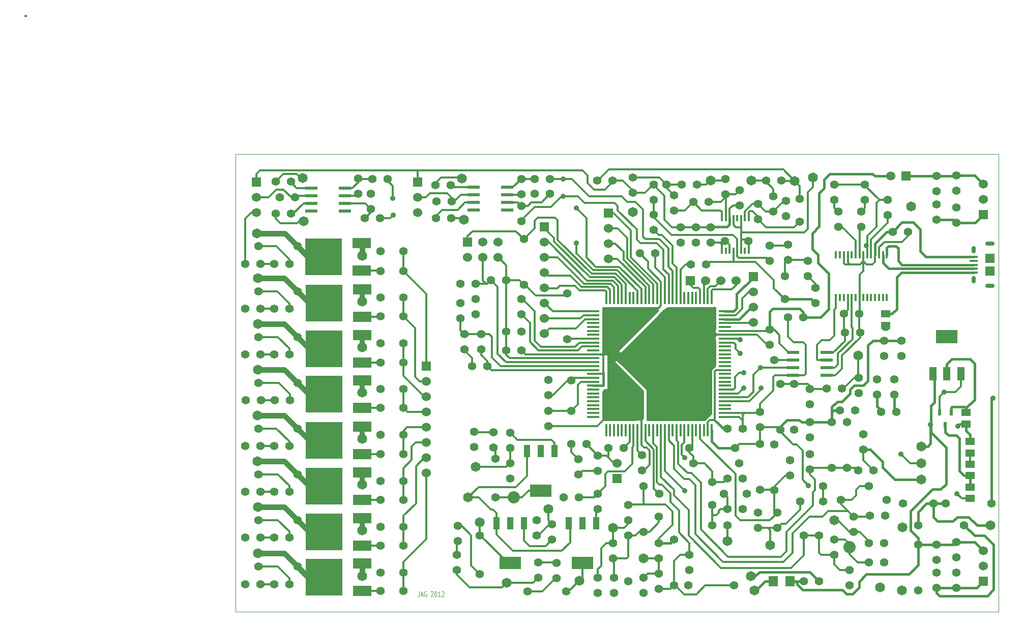
<source format=gtl>
G04 (created by PCBNEW-RS274X (2010-03-14)-final) date Mon 08 Apr 2013 04:17:26 PM EDT*
G01*
G70*
G90*
%MOIN*%
G04 Gerber Fmt 3.4, Leading zero omitted, Abs format*
%FSLAX34Y34*%
G04 APERTURE LIST*
%ADD10C,0.002000*%
%ADD11C,0.004200*%
%ADD12C,0.001000*%
%ADD13R,0.015700X0.039300*%
%ADD14C,0.055000*%
%ADD15R,0.060000X0.060000*%
%ADD16C,0.060000*%
%ADD17C,0.065000*%
%ADD18C,0.080000*%
%ADD19R,0.144000X0.080000*%
%ADD20R,0.040000X0.080000*%
%ADD21R,0.015000X0.080000*%
%ADD22R,0.080000X0.015000*%
%ADD23R,0.016000X0.050000*%
%ADD24R,0.120000X0.065000*%
%ADD25R,0.240000X0.240000*%
%ADD26R,0.078700X0.023600*%
%ADD27C,0.035000*%
%ADD28R,0.059000X0.051200*%
%ADD29R,0.063000X0.071000*%
%ADD30R,0.053100X0.015700*%
%ADD31O,0.029500X0.049200*%
%ADD32O,0.061000X0.027600*%
%ADD33R,0.061000X0.061000*%
%ADD34R,0.023600X0.039400*%
%ADD35R,0.048000X0.088000*%
%ADD36R,0.141700X0.086600*%
%ADD37C,0.015000*%
%ADD38C,0.012400*%
%ADD39C,0.035000*%
%ADD40C,0.032100*%
%ADD41C,0.010000*%
G04 APERTURE END LIST*
G54D10*
G54D11*
X25804Y-37721D02*
X25804Y-37971D01*
X25792Y-38021D01*
X25768Y-38054D01*
X25733Y-38071D01*
X25709Y-38071D01*
X25911Y-37971D02*
X26030Y-37971D01*
X25887Y-38071D02*
X25970Y-37721D01*
X26053Y-38071D01*
X26267Y-37737D02*
X26244Y-37721D01*
X26208Y-37721D01*
X26172Y-37737D01*
X26148Y-37771D01*
X26137Y-37804D01*
X26125Y-37871D01*
X26125Y-37921D01*
X26137Y-37987D01*
X26148Y-38021D01*
X26172Y-38054D01*
X26208Y-38071D01*
X26232Y-38071D01*
X26267Y-38054D01*
X26279Y-38037D01*
X26279Y-37921D01*
X26232Y-37921D01*
X26565Y-37754D02*
X26577Y-37737D01*
X26600Y-37721D01*
X26660Y-37721D01*
X26684Y-37737D01*
X26696Y-37754D01*
X26707Y-37787D01*
X26707Y-37821D01*
X26696Y-37871D01*
X26553Y-38071D01*
X26707Y-38071D01*
X26862Y-37721D02*
X26886Y-37721D01*
X26910Y-37737D01*
X26922Y-37754D01*
X26934Y-37787D01*
X26945Y-37854D01*
X26945Y-37937D01*
X26934Y-38004D01*
X26922Y-38037D01*
X26910Y-38054D01*
X26886Y-38071D01*
X26862Y-38071D01*
X26838Y-38054D01*
X26826Y-38037D01*
X26815Y-38004D01*
X26803Y-37937D01*
X26803Y-37854D01*
X26815Y-37787D01*
X26826Y-37754D01*
X26838Y-37737D01*
X26862Y-37721D01*
X27183Y-38071D02*
X27041Y-38071D01*
X27112Y-38071D02*
X27112Y-37721D01*
X27088Y-37771D01*
X27064Y-37804D01*
X27041Y-37821D01*
X27279Y-37754D02*
X27291Y-37737D01*
X27314Y-37721D01*
X27374Y-37721D01*
X27398Y-37737D01*
X27410Y-37754D01*
X27421Y-37787D01*
X27421Y-37821D01*
X27410Y-37871D01*
X27267Y-38071D01*
X27421Y-38071D01*
G54D12*
X13760Y-39080D02*
X13760Y-09080D01*
X63760Y-39080D02*
X13760Y-39080D01*
X63760Y-09080D02*
X63760Y-39080D01*
X13760Y-09080D02*
X63760Y-09080D01*
G54D13*
X45635Y-15412D03*
X45885Y-15412D03*
X46135Y-15412D03*
X46385Y-15412D03*
X46635Y-15412D03*
X46885Y-15412D03*
X47135Y-15412D03*
X47385Y-15412D03*
X47385Y-13248D03*
X47135Y-13248D03*
X46885Y-13248D03*
X46635Y-13248D03*
X46385Y-13248D03*
X46135Y-13248D03*
X45885Y-13248D03*
X45635Y-13248D03*
G54D14*
X50976Y-19769D03*
X49976Y-19769D03*
X59484Y-31972D03*
X57484Y-31972D03*
X59700Y-37510D03*
X59700Y-36510D03*
X61000Y-37500D03*
X61000Y-36500D03*
X61000Y-34500D03*
X61000Y-35500D03*
X59700Y-34670D03*
X59700Y-35670D03*
X54010Y-36330D03*
X54010Y-37330D03*
X55260Y-35830D03*
X56260Y-35830D03*
X55260Y-34580D03*
X56260Y-34580D03*
X55340Y-32780D03*
X56340Y-32780D03*
X54898Y-28417D03*
X54898Y-27417D03*
X51401Y-29744D03*
X51401Y-28744D03*
X54358Y-25878D03*
X53358Y-25878D03*
X51398Y-27634D03*
X51398Y-26634D03*
X48760Y-20580D03*
X48760Y-21580D03*
X48120Y-25970D03*
X48120Y-26970D03*
X46010Y-27080D03*
X47010Y-27080D03*
X50090Y-30130D03*
X50090Y-29130D03*
X48010Y-33580D03*
X48010Y-32580D03*
X46010Y-32330D03*
X47010Y-32330D03*
X47010Y-30330D03*
X46010Y-30330D03*
X43510Y-35330D03*
X43510Y-36330D03*
X40510Y-36830D03*
X40510Y-37830D03*
X38560Y-36830D03*
X38560Y-37830D03*
X37510Y-36830D03*
X37510Y-37830D03*
X40410Y-29800D03*
X40410Y-28800D03*
X34272Y-26882D03*
X34272Y-25882D03*
X34272Y-23868D03*
X34272Y-24868D03*
X35776Y-23894D03*
X35776Y-25894D03*
X29510Y-17580D03*
X28510Y-17580D03*
X28510Y-18830D03*
X28510Y-19830D03*
X32510Y-21930D03*
X31510Y-21930D03*
X29860Y-21880D03*
X29860Y-20880D03*
X28760Y-21880D03*
X28760Y-20880D03*
X40260Y-15580D03*
X41260Y-15580D03*
X43760Y-12200D03*
X44760Y-12200D03*
X48010Y-12330D03*
X48010Y-13330D03*
X53620Y-19520D03*
X54620Y-19520D03*
X53680Y-20750D03*
X54680Y-20750D03*
X57820Y-14160D03*
X56820Y-14160D03*
G54D15*
X28970Y-14840D03*
G54D16*
X28970Y-15840D03*
X29970Y-14840D03*
X29970Y-15840D03*
X30970Y-14840D03*
X30970Y-15840D03*
G54D15*
X34010Y-13830D03*
G54D16*
X34010Y-14830D03*
X34010Y-15830D03*
X34010Y-16830D03*
X34010Y-17830D03*
X34010Y-18830D03*
X34010Y-19830D03*
X34010Y-20830D03*
G54D15*
X38210Y-12920D03*
G54D16*
X38210Y-13920D03*
X38210Y-14920D03*
X38210Y-15920D03*
G54D15*
X26268Y-22965D03*
G54D16*
X26268Y-23965D03*
X26268Y-24965D03*
X26268Y-25965D03*
X26268Y-26965D03*
X26268Y-27965D03*
X26268Y-28965D03*
X26268Y-29965D03*
X62760Y-36080D03*
X62760Y-35080D03*
G54D15*
X62760Y-37080D03*
X47680Y-17090D03*
G54D16*
X47680Y-18090D03*
X47680Y-19090D03*
X47680Y-20090D03*
G54D15*
X43560Y-17350D03*
G54D16*
X44560Y-17350D03*
X45560Y-17350D03*
X46560Y-17350D03*
G54D15*
X38760Y-30330D03*
G54D16*
X38760Y-29330D03*
G54D17*
X39795Y-12850D03*
X51582Y-10602D03*
X47524Y-36740D03*
X22048Y-18720D03*
G54D14*
X40510Y-33830D03*
X40510Y-30830D03*
X56420Y-31730D03*
X53420Y-31730D03*
X55260Y-30830D03*
X52260Y-30830D03*
X49070Y-28090D03*
X49070Y-31090D03*
X48140Y-31080D03*
X48140Y-28080D03*
X46760Y-29330D03*
X43760Y-29330D03*
X43510Y-28330D03*
X46510Y-28330D03*
X39190Y-28330D03*
X38190Y-28330D03*
G54D17*
X54563Y-22272D03*
G54D14*
X39510Y-37080D03*
X39510Y-34080D03*
X43420Y-37340D03*
X46420Y-37340D03*
X42510Y-37330D03*
X42510Y-34330D03*
X58500Y-37660D03*
X58500Y-34660D03*
X52010Y-37080D03*
X52010Y-34080D03*
X51010Y-34080D03*
X51010Y-37080D03*
X56510Y-13080D03*
X56510Y-12080D03*
G54D17*
X34260Y-32330D03*
X29510Y-29580D03*
G54D18*
X32010Y-31580D03*
G54D19*
X33760Y-31130D03*
G54D20*
X33760Y-28530D03*
X32860Y-28530D03*
X34660Y-28530D03*
G54D14*
X29400Y-27250D03*
X29400Y-28250D03*
X31760Y-29330D03*
X31760Y-30330D03*
X31760Y-27330D03*
X31760Y-28330D03*
G54D19*
X31760Y-35880D03*
G54D20*
X31760Y-33280D03*
X30860Y-33280D03*
X32660Y-33280D03*
G54D19*
X36510Y-35880D03*
G54D20*
X36510Y-33280D03*
X35610Y-33280D03*
X37410Y-33280D03*
G54D14*
X37510Y-28830D03*
X37510Y-29830D03*
X35510Y-21200D03*
X35510Y-18200D03*
X28260Y-35330D03*
X28260Y-36330D03*
X33510Y-34080D03*
X33510Y-33080D03*
X34510Y-34330D03*
X34510Y-33330D03*
G54D17*
X29750Y-33200D03*
G54D14*
X24768Y-33490D03*
X23268Y-33490D03*
X24758Y-36490D03*
X23258Y-36490D03*
X23268Y-34730D03*
X24768Y-34730D03*
X23274Y-37689D03*
X24774Y-37689D03*
X37510Y-32330D03*
X37510Y-31330D03*
X36260Y-31580D03*
X35260Y-31580D03*
X51760Y-17830D03*
X51760Y-18830D03*
X48760Y-16080D03*
X48760Y-15080D03*
X48520Y-10810D03*
X49520Y-10810D03*
X43010Y-11080D03*
X44010Y-11080D03*
G54D17*
X31530Y-37170D03*
X29010Y-31580D03*
G54D14*
X52260Y-31830D03*
X50760Y-31830D03*
X45760Y-31330D03*
X47260Y-31330D03*
X45010Y-30580D03*
X45010Y-32080D03*
X32510Y-19580D03*
X29510Y-19580D03*
X32510Y-18580D03*
X29510Y-18580D03*
G54D21*
X44965Y-18505D03*
X44710Y-18505D03*
X44455Y-18505D03*
X44200Y-18505D03*
X43945Y-18505D03*
X43685Y-18505D03*
X43430Y-18505D03*
X43175Y-18505D03*
X42920Y-18505D03*
X42665Y-18505D03*
X42405Y-18505D03*
X42150Y-18505D03*
X41895Y-18505D03*
X41640Y-18505D03*
X41380Y-18505D03*
X41125Y-18505D03*
X40870Y-18505D03*
X40615Y-18505D03*
X40355Y-18505D03*
X40100Y-18505D03*
X39845Y-18505D03*
X39590Y-18505D03*
X39335Y-18505D03*
X39075Y-18505D03*
X38820Y-18505D03*
X38565Y-18505D03*
X38310Y-18505D03*
X38055Y-18505D03*
G54D22*
X37185Y-19375D03*
X37185Y-19630D03*
X37185Y-19885D03*
X37185Y-20140D03*
X37185Y-20395D03*
X37185Y-20655D03*
X37185Y-20910D03*
X37185Y-21165D03*
X37185Y-21420D03*
X37185Y-21675D03*
X37185Y-21935D03*
X37185Y-22190D03*
X37185Y-22445D03*
X37185Y-22700D03*
X37185Y-22960D03*
X37185Y-23215D03*
X37185Y-23470D03*
X37185Y-23725D03*
X37185Y-23985D03*
X37185Y-24240D03*
X37185Y-24495D03*
X37185Y-24750D03*
X37185Y-25005D03*
X37185Y-25265D03*
X37185Y-25520D03*
X37185Y-25775D03*
X37185Y-26030D03*
X37185Y-26285D03*
G54D21*
X38055Y-27155D03*
X38310Y-27155D03*
X38565Y-27155D03*
X38820Y-27155D03*
X39075Y-27155D03*
X39335Y-27155D03*
X39590Y-27155D03*
X39845Y-27155D03*
X40100Y-27155D03*
X40355Y-27155D03*
X40615Y-27155D03*
X40870Y-27155D03*
X41125Y-27155D03*
X41380Y-27155D03*
X41640Y-27155D03*
X41895Y-27155D03*
X42150Y-27155D03*
X42405Y-27155D03*
X42665Y-27155D03*
X42920Y-27155D03*
X43175Y-27155D03*
X43430Y-27155D03*
X43685Y-27155D03*
X43945Y-27155D03*
X44200Y-27155D03*
X44455Y-27155D03*
X44710Y-27155D03*
X44965Y-27155D03*
G54D22*
X45835Y-26285D03*
X45835Y-26030D03*
X45835Y-25775D03*
X45835Y-25520D03*
X45835Y-25265D03*
X45835Y-25005D03*
X45835Y-24750D03*
X45835Y-24495D03*
X45835Y-24240D03*
X45835Y-23985D03*
X45835Y-23725D03*
X45835Y-23470D03*
X45835Y-23215D03*
X45835Y-22960D03*
X45835Y-22700D03*
X45835Y-22445D03*
X45835Y-22190D03*
X45835Y-21935D03*
X45835Y-21675D03*
X45835Y-21420D03*
X45835Y-21165D03*
X45835Y-20910D03*
X45835Y-20655D03*
X45835Y-20395D03*
X45835Y-20140D03*
X45835Y-19885D03*
X45835Y-19630D03*
X45835Y-19375D03*
G54D14*
X50730Y-13500D03*
X50730Y-12000D03*
X49760Y-17080D03*
X49760Y-18580D03*
X23258Y-28730D03*
X24758Y-28730D03*
X23258Y-31730D03*
X24758Y-31730D03*
X24758Y-21450D03*
X23258Y-21450D03*
X24758Y-24460D03*
X23258Y-24460D03*
X24758Y-27460D03*
X23258Y-27460D03*
X24758Y-30500D03*
X23258Y-30500D03*
X23258Y-22730D03*
X24758Y-22730D03*
X23258Y-25710D03*
X24758Y-25710D03*
X24758Y-18470D03*
X23258Y-18470D03*
X23258Y-19710D03*
X24758Y-19710D03*
X24758Y-15420D03*
X23258Y-15420D03*
X23258Y-16730D03*
X24758Y-16730D03*
G54D17*
X22048Y-15720D03*
X63220Y-33398D03*
X46010Y-34430D03*
X57420Y-37660D03*
X38510Y-33580D03*
X48780Y-34690D03*
X40510Y-35580D03*
X47748Y-37677D03*
G54D18*
X54010Y-34830D03*
G54D17*
X55980Y-37480D03*
X53010Y-33080D03*
X57461Y-33516D03*
G54D14*
X42010Y-11080D03*
G54D17*
X44880Y-10810D03*
X50400Y-10830D03*
X36280Y-37020D03*
G54D14*
X30510Y-17330D03*
X31510Y-17330D03*
G54D17*
X58020Y-12510D03*
X47560Y-10810D03*
G54D23*
X53110Y-18480D03*
X53360Y-18480D03*
X53620Y-18480D03*
X53880Y-18480D03*
X54130Y-18480D03*
X54390Y-18480D03*
X54650Y-18480D03*
X54900Y-18480D03*
X55160Y-18480D03*
X55410Y-18480D03*
X55670Y-18480D03*
X55930Y-18480D03*
X56180Y-18480D03*
X56440Y-18480D03*
X56440Y-15680D03*
X56180Y-15680D03*
X55940Y-15680D03*
X55670Y-15680D03*
X55410Y-15680D03*
X55160Y-15680D03*
X54900Y-15680D03*
X54650Y-15680D03*
X54390Y-15680D03*
X54130Y-15680D03*
X53880Y-15680D03*
X53620Y-15680D03*
X53360Y-15680D03*
X53110Y-15680D03*
G54D14*
X29260Y-22950D03*
X30260Y-22950D03*
X36760Y-28080D03*
X35760Y-28080D03*
X55547Y-29795D03*
X54547Y-29795D03*
X49010Y-12830D03*
X49010Y-11830D03*
X42510Y-12780D03*
X42510Y-11780D03*
X45850Y-11700D03*
X45850Y-10700D03*
X39510Y-32080D03*
X39510Y-33080D03*
X49260Y-32580D03*
X49260Y-33580D03*
X38510Y-35580D03*
X38510Y-34580D03*
X46010Y-33410D03*
X45010Y-33410D03*
X41510Y-34580D03*
X41510Y-35580D03*
X41510Y-37580D03*
X41510Y-36580D03*
X54260Y-32830D03*
X54260Y-33830D03*
X53010Y-35330D03*
X53010Y-34330D03*
X33580Y-35840D03*
X33580Y-36840D03*
X53010Y-11080D03*
X53010Y-12080D03*
X55010Y-11080D03*
X55010Y-12080D03*
G54D24*
X22043Y-16695D03*
G54D25*
X19543Y-15795D03*
G54D24*
X22043Y-14895D03*
X22048Y-22730D03*
G54D25*
X19548Y-21830D03*
G54D24*
X22048Y-20930D03*
X22048Y-19730D03*
G54D25*
X19548Y-18830D03*
G54D24*
X22048Y-17930D03*
X22048Y-28730D03*
G54D25*
X19548Y-27830D03*
G54D24*
X22048Y-26930D03*
X22048Y-31730D03*
G54D25*
X19548Y-30830D03*
G54D24*
X22048Y-29930D03*
X22067Y-37687D03*
G54D25*
X19567Y-36787D03*
G54D24*
X22067Y-35887D03*
X22048Y-34730D03*
G54D25*
X19548Y-33830D03*
G54D24*
X22048Y-32930D03*
G54D14*
X31500Y-20700D03*
X32500Y-20700D03*
G54D15*
X57680Y-10500D03*
G54D16*
X56680Y-10500D03*
G54D14*
X32650Y-14632D03*
X32650Y-17632D03*
X44610Y-16290D03*
X43610Y-16290D03*
X41160Y-13020D03*
X41160Y-14020D03*
X41150Y-12060D03*
X41150Y-11060D03*
X15388Y-16250D03*
X14388Y-16250D03*
X15388Y-19200D03*
X14388Y-19200D03*
X15388Y-22200D03*
X14388Y-22200D03*
X15438Y-25200D03*
X14438Y-25200D03*
X15388Y-28200D03*
X14388Y-28200D03*
X15388Y-31200D03*
X14388Y-31200D03*
X15388Y-34200D03*
X14388Y-34200D03*
X15388Y-37250D03*
X14388Y-37250D03*
X38468Y-10807D03*
X37468Y-10807D03*
X39799Y-11587D03*
X39799Y-10587D03*
X59700Y-13360D03*
X59700Y-12360D03*
X59690Y-10500D03*
X59690Y-11500D03*
X60990Y-10480D03*
X60990Y-11480D03*
X61000Y-13580D03*
X61000Y-12580D03*
G54D16*
X62760Y-12040D03*
X62760Y-11040D03*
G54D15*
X62760Y-13040D03*
G54D24*
X22058Y-25710D03*
G54D25*
X19558Y-24810D03*
G54D24*
X22058Y-23910D03*
G54D14*
X43930Y-14860D03*
X43930Y-13860D03*
X44910Y-14860D03*
X44910Y-13860D03*
X42930Y-14860D03*
X42930Y-13860D03*
X36240Y-30070D03*
X36240Y-29070D03*
X30650Y-27300D03*
X30650Y-28300D03*
X28320Y-34430D03*
X28320Y-33430D03*
X34790Y-35880D03*
X34790Y-36880D03*
X16288Y-16250D03*
X17288Y-16250D03*
X16288Y-19200D03*
X17288Y-19200D03*
X16338Y-25200D03*
X17338Y-25200D03*
X16288Y-22200D03*
X17288Y-22200D03*
X16288Y-31200D03*
X17288Y-31200D03*
X16288Y-28200D03*
X17288Y-28200D03*
X16288Y-37250D03*
X17288Y-37250D03*
X16288Y-34200D03*
X17288Y-34200D03*
X49960Y-16000D03*
X49960Y-15000D03*
X51260Y-16080D03*
X51260Y-17080D03*
X54760Y-12840D03*
X54760Y-13840D03*
X53260Y-12840D03*
X53260Y-13840D03*
X60295Y-31976D03*
X63295Y-31976D03*
X58488Y-33382D03*
X61488Y-33382D03*
G54D17*
X22048Y-27720D03*
X22048Y-30720D03*
X22048Y-33720D03*
X22048Y-36720D03*
X22058Y-24700D03*
X22048Y-21720D03*
G54D14*
X51390Y-24470D03*
X51390Y-25470D03*
X54580Y-23740D03*
X54580Y-24740D03*
X50370Y-27130D03*
X50370Y-24130D03*
X49450Y-24130D03*
X49450Y-27130D03*
X52500Y-24420D03*
X53500Y-24420D03*
G54D26*
X50280Y-22070D03*
X50280Y-22570D03*
X50280Y-23070D03*
X50280Y-23570D03*
X52480Y-23570D03*
X52480Y-23070D03*
X52480Y-22570D03*
X52480Y-22070D03*
G54D14*
X53831Y-26638D03*
X53831Y-29638D03*
X52838Y-29634D03*
X52838Y-26634D03*
X15263Y-15100D03*
X17813Y-15100D03*
X15263Y-18050D03*
X17813Y-18050D03*
X15263Y-21050D03*
X17813Y-21050D03*
X15263Y-24050D03*
X17813Y-24050D03*
X15263Y-27050D03*
X17813Y-27050D03*
X15263Y-30050D03*
X17813Y-30050D03*
X32895Y-37730D03*
X35445Y-37730D03*
X15263Y-33050D03*
X17813Y-33050D03*
X15263Y-36100D03*
X17813Y-36100D03*
X29760Y-36605D03*
X29760Y-34055D03*
X30800Y-29025D03*
X30800Y-31575D03*
X49840Y-12140D03*
X49840Y-13140D03*
X46810Y-11420D03*
X46810Y-12420D03*
G54D27*
X46838Y-21232D03*
X46842Y-22142D03*
X43200Y-31130D03*
G54D28*
X56358Y-19546D03*
X56358Y-20296D03*
G54D14*
X56272Y-22283D03*
X56272Y-21283D03*
X55807Y-24827D03*
X55807Y-23827D03*
X56925Y-24835D03*
X56925Y-23835D03*
X57386Y-22283D03*
X57386Y-21283D03*
X26941Y-12165D03*
X27941Y-12165D03*
X57063Y-25980D03*
X56063Y-25980D03*
X26862Y-11102D03*
X27862Y-11102D03*
X26882Y-13248D03*
X27882Y-13248D03*
X32480Y-10681D03*
X32480Y-11681D03*
X33378Y-11673D03*
X34378Y-11673D03*
X34378Y-10689D03*
X33378Y-10689D03*
X32480Y-13453D03*
X32480Y-12453D03*
G54D15*
X25709Y-10890D03*
G54D16*
X25709Y-11890D03*
X25709Y-12890D03*
G54D26*
X31553Y-12738D03*
X31553Y-12238D03*
X31553Y-11738D03*
X31553Y-11238D03*
X29353Y-11238D03*
X29353Y-11738D03*
X29353Y-12238D03*
X29353Y-12738D03*
G54D17*
X15228Y-35240D03*
X15228Y-32213D03*
X15197Y-29213D03*
X15197Y-26213D03*
X15244Y-23213D03*
X15213Y-20209D03*
X15213Y-17209D03*
X15173Y-14268D03*
G54D27*
X35236Y-10689D03*
X35236Y-11831D03*
G54D14*
X16646Y-11909D03*
X17646Y-11909D03*
X23713Y-10709D03*
X22713Y-10709D03*
X23244Y-13268D03*
X22244Y-13268D03*
X21791Y-10661D03*
X21791Y-11661D03*
X22630Y-11673D03*
X22630Y-12673D03*
X16390Y-10866D03*
X17390Y-10866D03*
X17390Y-12972D03*
X16390Y-12972D03*
G54D15*
X15118Y-10909D03*
G54D16*
X15118Y-11909D03*
X15118Y-12909D03*
G54D26*
X20923Y-12797D03*
X20923Y-12297D03*
X20923Y-11797D03*
X20923Y-11297D03*
X18723Y-11297D03*
X18723Y-11797D03*
X18723Y-12297D03*
X18723Y-12797D03*
G54D17*
X18177Y-10646D03*
X18220Y-13476D03*
X28602Y-10650D03*
X28720Y-13366D03*
G54D27*
X24071Y-11953D03*
X24091Y-13079D03*
G54D17*
X58701Y-30413D03*
X58701Y-29331D03*
X58701Y-28228D03*
G54D27*
X47050Y-23400D03*
X47050Y-24400D03*
X48150Y-23070D03*
X48210Y-24410D03*
X36100Y-12600D03*
X36080Y-14900D03*
G54D29*
X50081Y-37079D03*
X48981Y-37079D03*
G54D30*
X62126Y-16828D03*
X62126Y-16571D03*
X62126Y-16315D03*
X62126Y-16059D03*
X62126Y-15803D03*
G54D31*
X62126Y-17299D03*
X62126Y-15331D03*
G54D32*
X63189Y-17693D03*
X63189Y-14937D03*
G54D33*
X63189Y-16719D03*
X63189Y-15911D03*
G54D34*
X60647Y-25989D03*
X60272Y-26821D03*
X59897Y-25989D03*
G54D28*
X61886Y-29392D03*
X61886Y-30142D03*
X61634Y-26753D03*
X61634Y-26003D03*
X61886Y-30892D03*
X61886Y-31642D03*
X61886Y-27912D03*
X61886Y-28662D03*
G54D35*
X59464Y-23476D03*
X60374Y-23476D03*
X61284Y-23476D03*
G54D36*
X60374Y-21036D03*
G54D27*
X43209Y-28949D03*
G54D14*
X41510Y-32830D03*
X41516Y-31339D03*
G54D27*
X60193Y-24677D03*
X57358Y-28724D03*
X61024Y-31319D03*
G54D14*
X47350Y-14780D03*
X45830Y-14780D03*
G54D27*
X55083Y-15071D03*
G54D14*
X56358Y-20394D03*
X49070Y-22570D03*
G54D27*
X59311Y-26807D03*
X61090Y-26898D03*
X51311Y-30795D03*
X63398Y-25059D03*
G54D37*
X00000Y00000D02*
X00000Y00000D01*
X56063Y-25980D02*
X56063Y-25842D01*
X55807Y-25586D02*
X55807Y-24827D01*
X56063Y-25842D02*
X55807Y-25586D01*
G54D38*
X43175Y-27959D02*
X43008Y-28126D01*
X43008Y-28126D02*
X43008Y-28748D01*
X43008Y-28748D02*
X43209Y-28949D01*
X43175Y-27155D02*
X43175Y-27959D01*
X39335Y-18505D02*
X39335Y-17575D01*
X33360Y-13922D02*
X32650Y-14632D01*
X33360Y-13420D02*
X33360Y-13922D01*
X33560Y-13220D02*
X33360Y-13420D01*
X34680Y-13220D02*
X33560Y-13220D01*
X34870Y-13410D02*
X34680Y-13220D01*
X34870Y-14690D02*
X34870Y-13410D01*
X37090Y-16910D02*
X34870Y-14690D01*
X38670Y-16910D02*
X37090Y-16910D01*
X39335Y-17575D02*
X38670Y-16910D01*
X28970Y-14840D02*
X28970Y-14440D01*
X32138Y-14120D02*
X32650Y-14632D01*
X29290Y-14120D02*
X32138Y-14120D01*
X28970Y-14440D02*
X29290Y-14120D01*
X43685Y-27155D02*
X43685Y-28155D01*
X43685Y-28155D02*
X43510Y-28330D01*
X43510Y-28330D02*
X43510Y-28620D01*
X43760Y-28870D02*
X43760Y-29330D01*
X43510Y-28620D02*
X43760Y-28870D01*
X45010Y-30580D02*
X45010Y-29860D01*
X45010Y-29860D02*
X44480Y-29330D01*
X44480Y-29330D02*
X43760Y-29330D01*
X45010Y-30580D02*
X45760Y-30580D01*
X45760Y-30580D02*
X46010Y-30330D01*
X39059Y-11815D02*
X36925Y-11815D01*
X36925Y-11815D02*
X35799Y-10689D01*
X35799Y-10689D02*
X35236Y-10689D01*
X39059Y-11815D02*
X39433Y-12189D01*
X40055Y-12283D02*
X40055Y-12284D01*
X40476Y-12705D02*
X40055Y-12284D01*
X40476Y-14484D02*
X40476Y-12705D01*
X40634Y-14642D02*
X40476Y-14484D01*
X41536Y-14642D02*
X40634Y-14642D01*
X42118Y-15224D02*
X41536Y-14642D01*
X42118Y-16441D02*
X42118Y-15224D01*
X42405Y-16728D02*
X42118Y-16441D01*
X42405Y-18505D02*
X42405Y-16728D01*
X39433Y-12189D02*
X39961Y-12189D01*
X39961Y-12189D02*
X40055Y-12283D01*
X35799Y-10689D02*
X35236Y-10689D01*
X34378Y-10689D02*
X35236Y-10689D01*
X39845Y-27155D02*
X39845Y-28205D01*
X39845Y-28205D02*
X39760Y-28290D01*
X39760Y-28290D02*
X39760Y-29360D01*
X39760Y-29360D02*
X39260Y-29860D01*
X39260Y-29860D02*
X38170Y-29860D01*
X38170Y-29860D02*
X38010Y-30020D01*
X38010Y-30020D02*
X38010Y-30830D01*
X38010Y-30830D02*
X37510Y-31330D01*
X36260Y-31580D02*
X37260Y-31580D01*
X37260Y-31580D02*
X37510Y-31330D01*
X40510Y-33830D02*
X40890Y-33830D01*
X41510Y-33210D02*
X40890Y-33830D01*
X41510Y-32830D02*
X41510Y-33210D01*
X41193Y-31013D02*
X41174Y-30994D01*
X41193Y-31016D02*
X41193Y-31013D01*
X41516Y-31339D02*
X41193Y-31016D01*
X40615Y-27155D02*
X40615Y-27865D01*
X41174Y-28424D02*
X41174Y-30994D01*
X40615Y-27865D02*
X41174Y-28424D01*
X41174Y-30994D02*
X41510Y-31330D01*
X38560Y-36830D02*
X38560Y-35630D01*
X38560Y-35630D02*
X38510Y-35580D01*
X38510Y-35580D02*
X39380Y-35580D01*
X39500Y-34090D02*
X39510Y-34080D01*
X39500Y-35460D02*
X39500Y-34090D01*
X39380Y-35580D02*
X39500Y-35460D01*
X39510Y-34080D02*
X39950Y-34080D01*
X39950Y-34080D02*
X40200Y-33830D01*
X40200Y-33830D02*
X40510Y-33830D01*
X41380Y-18505D02*
X41380Y-17550D01*
X38530Y-12920D02*
X38210Y-12920D01*
X39660Y-14050D02*
X38530Y-12920D01*
X39660Y-15830D02*
X39660Y-14050D01*
X41380Y-17550D02*
X39660Y-15830D01*
X41125Y-18505D02*
X41125Y-17605D01*
X38790Y-13920D02*
X38210Y-13920D01*
X39420Y-14550D02*
X38790Y-13920D01*
X39420Y-15900D02*
X39420Y-14550D01*
X41125Y-17605D02*
X39420Y-15900D01*
X40870Y-18505D02*
X40870Y-17690D01*
X38630Y-14920D02*
X38210Y-14920D01*
X39180Y-15470D02*
X38630Y-14920D01*
X39180Y-16000D02*
X39180Y-15470D01*
X40870Y-17690D02*
X39180Y-16000D01*
X40615Y-18505D02*
X40615Y-17775D01*
X38760Y-15920D02*
X38210Y-15920D01*
X40615Y-17775D02*
X38760Y-15920D01*
X39075Y-18505D02*
X39075Y-17625D01*
X34010Y-13940D02*
X34010Y-13830D01*
X34640Y-14570D02*
X34010Y-13940D01*
X34640Y-14790D02*
X34640Y-14570D01*
X36980Y-17130D02*
X34640Y-14790D01*
X38580Y-17130D02*
X36980Y-17130D01*
X39075Y-17625D02*
X38580Y-17130D01*
X38820Y-18505D02*
X38820Y-17692D01*
X36812Y-17352D02*
X34290Y-14830D01*
X38480Y-17352D02*
X36812Y-17352D01*
X38820Y-17692D02*
X38480Y-17352D01*
X34290Y-14830D02*
X34010Y-14830D01*
X38565Y-18505D02*
X38565Y-17805D01*
X38565Y-17805D02*
X38314Y-17554D01*
X36584Y-17554D02*
X34860Y-15830D01*
X38314Y-17554D02*
X36584Y-17554D01*
X34860Y-15830D02*
X34010Y-15830D01*
X38310Y-18505D02*
X38310Y-17960D01*
X38310Y-17960D02*
X38128Y-17778D01*
X34223Y-17043D02*
X34010Y-16830D01*
X35696Y-17043D02*
X34223Y-17043D01*
X35955Y-17302D02*
X35696Y-17043D01*
X36431Y-17778D02*
X35955Y-17302D01*
X38128Y-17778D02*
X36431Y-17778D01*
X38055Y-18505D02*
X38055Y-18061D01*
X34028Y-17848D02*
X34010Y-17830D01*
X34849Y-17848D02*
X34028Y-17848D01*
X35007Y-17690D02*
X34849Y-17848D01*
X36002Y-17690D02*
X35007Y-17690D01*
X36306Y-17994D02*
X36002Y-17690D01*
X37988Y-17994D02*
X36306Y-17994D01*
X38055Y-18061D02*
X37988Y-17994D01*
X37185Y-19375D02*
X34549Y-19375D01*
X34010Y-18836D02*
X34010Y-18830D01*
X34549Y-19375D02*
X34010Y-18836D01*
X37185Y-19630D02*
X36550Y-19630D01*
X36550Y-19630D02*
X36350Y-19830D01*
X36350Y-19830D02*
X34010Y-19830D01*
X37185Y-19885D02*
X36665Y-19885D01*
X36665Y-19885D02*
X36050Y-20500D01*
X36050Y-20500D02*
X34340Y-20500D01*
X34340Y-20500D02*
X34010Y-20830D01*
X53831Y-29638D02*
X54390Y-29638D01*
X54390Y-29638D02*
X54547Y-29795D01*
X51590Y-31510D02*
X51590Y-31237D01*
X51401Y-30078D02*
X51401Y-29744D01*
X51728Y-30405D02*
X51401Y-30078D01*
X51728Y-31099D02*
X51728Y-30405D01*
X51590Y-31237D02*
X51728Y-31099D01*
X52838Y-29634D02*
X51511Y-29634D01*
X51511Y-29634D02*
X51401Y-29744D01*
X53831Y-29638D02*
X52842Y-29638D01*
X52842Y-29638D02*
X52838Y-29634D01*
X42665Y-27155D02*
X42665Y-27846D01*
X43012Y-29614D02*
X43012Y-29612D01*
X42764Y-29366D02*
X43012Y-29614D01*
X42764Y-27945D02*
X42764Y-29366D01*
X42665Y-27846D02*
X42764Y-27945D01*
X51325Y-32355D02*
X51590Y-32090D01*
X51590Y-32090D02*
X51590Y-31510D01*
X43012Y-29612D02*
X43380Y-29980D01*
X43380Y-29980D02*
X43640Y-29980D01*
X43640Y-29980D02*
X44250Y-30590D01*
X44250Y-30590D02*
X44250Y-33680D01*
X44250Y-33680D02*
X46030Y-35460D01*
X46030Y-35460D02*
X49510Y-35460D01*
X49510Y-35460D02*
X49860Y-35110D01*
X49860Y-35110D02*
X49860Y-33820D01*
X49860Y-33820D02*
X51325Y-32355D01*
X49070Y-31090D02*
X49070Y-32390D01*
X49070Y-32390D02*
X49260Y-32580D01*
X49070Y-31090D02*
X49070Y-30860D01*
X49800Y-30130D02*
X50090Y-30130D01*
X49070Y-30860D02*
X49800Y-30130D01*
X48140Y-31080D02*
X49060Y-31080D01*
X49060Y-31080D02*
X49070Y-31090D01*
X44200Y-27155D02*
X44200Y-27720D01*
X49260Y-32586D02*
X49260Y-32580D01*
X48773Y-33073D02*
X49260Y-32586D01*
X46833Y-33073D02*
X48773Y-33073D01*
X46520Y-32760D02*
X46833Y-33073D01*
X46520Y-30040D02*
X46520Y-32760D01*
X44200Y-27720D02*
X46520Y-30040D01*
X42150Y-27155D02*
X42150Y-27840D01*
X42150Y-27840D02*
X42504Y-28194D01*
X43900Y-30756D02*
X43900Y-33980D01*
X43494Y-30350D02*
X43900Y-30756D01*
X43172Y-30350D02*
X43494Y-30350D01*
X42504Y-29682D02*
X43172Y-30350D01*
X42504Y-28194D02*
X42504Y-29682D01*
X43900Y-33980D02*
X45710Y-35790D01*
X45710Y-35790D02*
X49660Y-35790D01*
X49660Y-35790D02*
X50260Y-35190D01*
X50260Y-35190D02*
X50260Y-33940D01*
X50260Y-33940D02*
X51360Y-32840D01*
X51360Y-32840D02*
X52240Y-32840D01*
X52240Y-32840D02*
X52610Y-32470D01*
X52610Y-32470D02*
X53890Y-32470D01*
X53890Y-32470D02*
X54250Y-32830D01*
X54250Y-32830D02*
X54260Y-32830D01*
X54260Y-32830D02*
X55290Y-32830D01*
X55290Y-32830D02*
X55340Y-32780D01*
X54260Y-32830D02*
X54250Y-32830D01*
X53420Y-32000D02*
X53420Y-31730D01*
X54250Y-32830D02*
X53420Y-32000D01*
X55260Y-30830D02*
X54660Y-30830D01*
X54660Y-30830D02*
X54440Y-31050D01*
X54440Y-31050D02*
X54440Y-31430D01*
X54440Y-31430D02*
X54140Y-31730D01*
X54140Y-31730D02*
X53420Y-31730D01*
X59897Y-25989D02*
X59897Y-24973D01*
X59897Y-24973D02*
X60193Y-24677D01*
X57965Y-29331D02*
X58701Y-29331D01*
X57358Y-28724D02*
X57965Y-29331D01*
X61284Y-24314D02*
X61284Y-23476D01*
X60921Y-24677D02*
X61284Y-24314D01*
X60193Y-24677D02*
X60921Y-24677D01*
X59897Y-24973D02*
X60193Y-24677D01*
X61886Y-31642D02*
X61347Y-31642D01*
X61347Y-31642D02*
X61024Y-31319D01*
G54D37*
X37185Y-24240D02*
X37870Y-24240D01*
X37865Y-24235D02*
X37865Y-23409D01*
X37870Y-24240D02*
X37865Y-24235D01*
X47524Y-36740D02*
X47811Y-36740D01*
X51391Y-36461D02*
X52010Y-37080D01*
X48090Y-36461D02*
X51391Y-36461D01*
X47811Y-36740D02*
X48090Y-36461D01*
G54D38*
X31553Y-11738D02*
X32423Y-11738D01*
X32423Y-11738D02*
X32480Y-11681D01*
X20923Y-11797D02*
X21655Y-11797D01*
X21655Y-11797D02*
X21791Y-11661D01*
X45850Y-14860D02*
X45850Y-14800D01*
X47350Y-14780D02*
X47385Y-14815D01*
X45850Y-14800D02*
X45830Y-14780D01*
X47385Y-14815D02*
X47385Y-15412D01*
X50280Y-23570D02*
X49100Y-23570D01*
X48120Y-25440D02*
X48120Y-25970D01*
X49010Y-24550D02*
X48120Y-25440D01*
X49010Y-23660D02*
X49010Y-24550D01*
X49100Y-23570D02*
X49010Y-23660D01*
X47010Y-27080D02*
X47010Y-26150D01*
X47090Y-26040D02*
X47090Y-26030D01*
X47100Y-26030D02*
X47090Y-26040D01*
X47130Y-26030D02*
X47100Y-26030D01*
X47010Y-26150D02*
X47130Y-26030D01*
X45835Y-26030D02*
X47090Y-26030D01*
X47090Y-26030D02*
X48060Y-26030D01*
X48060Y-26030D02*
X48120Y-25970D01*
X45635Y-15412D02*
X45635Y-14985D01*
X45550Y-14900D02*
X45550Y-14860D01*
X45510Y-14860D02*
X45550Y-14900D01*
X45635Y-14985D02*
X45510Y-14860D01*
X44910Y-14860D02*
X45550Y-14860D01*
X45550Y-14860D02*
X45850Y-14860D01*
X45850Y-14860D02*
X46010Y-14860D01*
X46135Y-14985D02*
X46135Y-15412D01*
X46010Y-14860D02*
X46135Y-14985D01*
X50280Y-23570D02*
X51040Y-23570D01*
X49976Y-21036D02*
X49976Y-19769D01*
X50330Y-21390D02*
X49976Y-21036D01*
X50970Y-21390D02*
X50330Y-21390D01*
X51130Y-21550D02*
X50970Y-21390D01*
X51130Y-23480D02*
X51130Y-21550D01*
X51040Y-23570D02*
X51130Y-23480D01*
X46385Y-13248D02*
X46385Y-13706D01*
X46542Y-13863D02*
X46885Y-13863D01*
X46385Y-13706D02*
X46542Y-13863D01*
X40355Y-26463D02*
X37919Y-26463D01*
X37843Y-26539D02*
X37843Y-26516D01*
X37919Y-26463D02*
X37843Y-26539D01*
X37185Y-22190D02*
X37750Y-22190D01*
X37804Y-23470D02*
X37185Y-23470D01*
X37865Y-23409D02*
X37804Y-23470D01*
X37865Y-22305D02*
X37865Y-23409D01*
X37750Y-22190D02*
X37865Y-22305D01*
X41640Y-18505D02*
X41640Y-19001D01*
X37773Y-22190D02*
X37185Y-22190D01*
X37865Y-22098D02*
X37773Y-22190D01*
X37865Y-19160D02*
X37865Y-22098D01*
X37863Y-19158D02*
X37865Y-19160D01*
X41483Y-19158D02*
X37863Y-19158D01*
X41640Y-19001D02*
X41483Y-19158D01*
X45835Y-20910D02*
X45282Y-20910D01*
X41640Y-18998D02*
X41640Y-18505D01*
X38780Y-21858D02*
X41640Y-18998D01*
X38780Y-22065D02*
X38780Y-21858D01*
X38891Y-22176D02*
X38780Y-22065D01*
X39085Y-22176D02*
X38891Y-22176D01*
X42103Y-19158D02*
X39085Y-22176D01*
X45159Y-19158D02*
X42103Y-19158D01*
X45174Y-19143D02*
X45159Y-19158D01*
X45174Y-20802D02*
X45174Y-19143D01*
X45282Y-20910D02*
X45174Y-20802D01*
X40355Y-27155D02*
X40355Y-26463D01*
X40355Y-26463D02*
X40355Y-24633D01*
X45172Y-21018D02*
X45280Y-20910D01*
X45172Y-22993D02*
X45172Y-21018D01*
X44931Y-23234D02*
X45172Y-22993D01*
X44931Y-26093D02*
X44931Y-23234D01*
X44530Y-26494D02*
X44931Y-26093D01*
X40814Y-26494D02*
X44530Y-26494D01*
X40813Y-26495D02*
X40814Y-26494D01*
X40813Y-24451D02*
X40813Y-26495D01*
X38820Y-22458D02*
X40813Y-24451D01*
X38635Y-22458D02*
X38820Y-22458D01*
X38500Y-22593D02*
X38635Y-22458D01*
X38500Y-22778D02*
X38500Y-22593D01*
X40355Y-24633D02*
X38500Y-22778D01*
X45280Y-20910D02*
X45835Y-20910D01*
X34272Y-26882D02*
X37477Y-26882D01*
X37477Y-26882D02*
X37843Y-26516D01*
X47385Y-15412D02*
X47385Y-14815D01*
X47385Y-14815D02*
X47230Y-14660D01*
X46882Y-14684D02*
X46885Y-14684D01*
X46882Y-14663D02*
X46882Y-14684D01*
X46885Y-14660D02*
X46882Y-14663D01*
X47230Y-14660D02*
X46885Y-14660D01*
X46885Y-13248D02*
X46885Y-13863D01*
X46885Y-13863D02*
X46885Y-14684D01*
X46885Y-14684D02*
X46885Y-15412D01*
X37185Y-22190D02*
X32770Y-22190D01*
X32770Y-22190D02*
X32510Y-21930D01*
X40355Y-27155D02*
X40355Y-28125D01*
X40355Y-28125D02*
X40540Y-28310D01*
X40540Y-28310D02*
X40700Y-28310D01*
X40700Y-28310D02*
X40900Y-28510D01*
X40900Y-28510D02*
X40900Y-29440D01*
X40900Y-29440D02*
X40540Y-29800D01*
X40540Y-29800D02*
X40410Y-29800D01*
X45835Y-26285D02*
X46755Y-26285D01*
X47010Y-26540D02*
X47010Y-27080D01*
X46755Y-26285D02*
X47010Y-26540D01*
X45835Y-20910D02*
X47920Y-20910D01*
X47920Y-20910D02*
X48590Y-21580D01*
X48590Y-21580D02*
X48760Y-21580D01*
X41640Y-18505D02*
X41640Y-17420D01*
X40780Y-16110D02*
X40260Y-15590D01*
X40780Y-16560D02*
X40780Y-16110D01*
X41640Y-17420D02*
X40780Y-16560D01*
X40260Y-15590D02*
X40260Y-15580D01*
X51582Y-10602D02*
X51582Y-11218D01*
X51582Y-11218D02*
X51250Y-11550D01*
X51250Y-11550D02*
X51250Y-13960D01*
X51250Y-13960D02*
X51020Y-14190D01*
X51020Y-14190D02*
X46885Y-14190D01*
X46885Y-14190D02*
X46920Y-14190D01*
X46920Y-14190D02*
X46885Y-14190D01*
X40355Y-18505D02*
X40355Y-17895D01*
X36760Y-13260D02*
X36100Y-12600D01*
X36760Y-15840D02*
X36760Y-13260D01*
X37370Y-16450D02*
X36760Y-15840D01*
X38910Y-16450D02*
X37370Y-16450D01*
X40355Y-17895D02*
X38910Y-16450D01*
X37185Y-22700D02*
X31480Y-22700D01*
X31480Y-22700D02*
X30930Y-22150D01*
X30930Y-22150D02*
X30930Y-17750D01*
X30930Y-17750D02*
X30510Y-17330D01*
X29970Y-15840D02*
X29970Y-17350D01*
X29970Y-17350D02*
X30200Y-17580D01*
X29510Y-17580D02*
X30200Y-17580D01*
X30200Y-17580D02*
X30260Y-17580D01*
X30260Y-17580D02*
X30510Y-17330D01*
X55160Y-15148D02*
X55160Y-15680D01*
X55083Y-15071D02*
X55160Y-15148D01*
X56358Y-20394D02*
X56358Y-20296D01*
X52480Y-22070D02*
X52930Y-22070D01*
X53680Y-21320D02*
X53680Y-20750D01*
X52930Y-22070D02*
X53680Y-21320D01*
X53880Y-18480D02*
X53880Y-19260D01*
X53880Y-19260D02*
X53620Y-19520D01*
X55160Y-15680D02*
X55160Y-14440D01*
X55770Y-12270D02*
X55960Y-12080D01*
X55770Y-13830D02*
X55770Y-12270D01*
X55160Y-14440D02*
X55770Y-13830D01*
X55960Y-12080D02*
X56510Y-12080D01*
X55010Y-11080D02*
X55010Y-11130D01*
X55010Y-11130D02*
X55960Y-12080D01*
X55960Y-12080D02*
X56510Y-12080D01*
X53010Y-11080D02*
X55010Y-11080D01*
X53620Y-19520D02*
X53620Y-20690D01*
X53620Y-20690D02*
X53680Y-20750D01*
G54D37*
X56820Y-14160D02*
X56820Y-14149D01*
X58992Y-15803D02*
X62126Y-15803D01*
X58626Y-15437D02*
X58992Y-15803D01*
X58626Y-14004D02*
X58626Y-15437D01*
X58157Y-13535D02*
X58626Y-14004D01*
X57434Y-13535D02*
X58157Y-13535D01*
X56820Y-14149D02*
X57434Y-13535D01*
X55670Y-15680D02*
X55670Y-14924D01*
X56434Y-14160D02*
X56820Y-14160D01*
X55670Y-14924D02*
X56434Y-14160D01*
G54D38*
X52480Y-23570D02*
X53067Y-23570D01*
X54680Y-21100D02*
X54680Y-20750D01*
X53500Y-22280D02*
X54680Y-21100D01*
X53500Y-23137D02*
X53500Y-22280D01*
X53067Y-23570D02*
X53500Y-23137D01*
X54650Y-18480D02*
X54650Y-19490D01*
X54650Y-19490D02*
X54620Y-19520D01*
X55670Y-15680D02*
X55670Y-16130D01*
X55670Y-16130D02*
X55510Y-16290D01*
X55510Y-16290D02*
X55110Y-16290D01*
X55110Y-16290D02*
X54900Y-16080D01*
X54900Y-16080D02*
X54900Y-15680D01*
X53620Y-15680D02*
X53620Y-16220D01*
X53620Y-16220D02*
X53690Y-16290D01*
X53690Y-16290D02*
X54690Y-16290D01*
X54690Y-16290D02*
X54900Y-16080D01*
X54900Y-16080D02*
X54900Y-15680D01*
X53880Y-15680D02*
X53880Y-16180D01*
X53880Y-16180D02*
X53990Y-16290D01*
X53990Y-16290D02*
X54690Y-16290D01*
X54690Y-16290D02*
X54900Y-16080D01*
X54900Y-16080D02*
X54900Y-15680D01*
X54650Y-18480D02*
X54650Y-16970D01*
X54650Y-16970D02*
X54900Y-16720D01*
X54900Y-16720D02*
X54900Y-15680D01*
X54620Y-19520D02*
X54620Y-20690D01*
X54620Y-20690D02*
X54680Y-20750D01*
G54D37*
X62126Y-16315D02*
X57441Y-16315D01*
X57189Y-15244D02*
X57032Y-15087D01*
X57189Y-16063D02*
X57189Y-15244D01*
X57441Y-16315D02*
X57189Y-16063D01*
X56440Y-15680D02*
X56440Y-15209D01*
X56562Y-15087D02*
X57032Y-15087D01*
X56440Y-15209D02*
X56562Y-15087D01*
X56180Y-15680D02*
X56180Y-16188D01*
X56563Y-16571D02*
X62126Y-16571D01*
X56180Y-16188D02*
X56563Y-16571D01*
G54D38*
X50280Y-22570D02*
X49070Y-22570D01*
X45835Y-25265D02*
X47445Y-25265D01*
X48210Y-24500D02*
X48210Y-24410D01*
X47445Y-25265D02*
X48210Y-24500D01*
X50280Y-23070D02*
X48150Y-23070D01*
X45835Y-25005D02*
X47325Y-25005D01*
X47680Y-23540D02*
X48150Y-23070D01*
X47680Y-24650D02*
X47680Y-23540D01*
X47325Y-25005D02*
X47680Y-24650D01*
G54D37*
X62126Y-16828D02*
X57388Y-16828D01*
X56773Y-19546D02*
X56358Y-19546D01*
X57090Y-19229D02*
X56773Y-19546D01*
X57090Y-17126D02*
X57090Y-19229D01*
X57388Y-16828D02*
X57090Y-17126D01*
G54D39*
X15173Y-14268D02*
X16981Y-14268D01*
X16981Y-14268D02*
X17813Y-15100D01*
X19543Y-15795D02*
X18508Y-15795D01*
X18508Y-15795D02*
X17813Y-15100D01*
X15213Y-17209D02*
X16972Y-17209D01*
X16972Y-17209D02*
X17813Y-18050D01*
X19548Y-18830D02*
X18593Y-18830D01*
X18593Y-18830D02*
X17813Y-18050D01*
X15213Y-20209D02*
X16972Y-20209D01*
X16972Y-20209D02*
X17813Y-21050D01*
X19548Y-21830D02*
X18593Y-21830D01*
X18593Y-21830D02*
X17813Y-21050D01*
X15244Y-23213D02*
X16976Y-23213D01*
X16976Y-23213D02*
X17813Y-24050D01*
X19558Y-24810D02*
X18573Y-24810D01*
X18573Y-24810D02*
X17813Y-24050D01*
X15197Y-26213D02*
X16976Y-26213D01*
X16976Y-26213D02*
X17813Y-27050D01*
X19548Y-27830D02*
X18593Y-27830D01*
X18593Y-27830D02*
X17813Y-27050D01*
X15197Y-29213D02*
X16976Y-29213D01*
X16976Y-29213D02*
X17813Y-30050D01*
X19548Y-30830D02*
X18593Y-30830D01*
X18593Y-30830D02*
X17813Y-30050D01*
X15228Y-32213D02*
X16976Y-32213D01*
X16976Y-32213D02*
X17813Y-33050D01*
X19548Y-33830D02*
X18593Y-33830D01*
X18593Y-33830D02*
X17813Y-33050D01*
X15228Y-35240D02*
X16953Y-35240D01*
X16953Y-35240D02*
X17813Y-36100D01*
X19567Y-36787D02*
X18500Y-36787D01*
X18500Y-36787D02*
X17813Y-36100D01*
X22048Y-15720D02*
X22048Y-14900D01*
X22048Y-14900D02*
X22043Y-14895D01*
G54D40*
X22048Y-17930D02*
X22048Y-18720D01*
G54D38*
X26268Y-22965D02*
X26268Y-18240D01*
X26268Y-18240D02*
X24758Y-16730D01*
X24758Y-15420D02*
X24758Y-16730D01*
X26268Y-23965D02*
X25816Y-23965D01*
X25520Y-20472D02*
X24758Y-19710D01*
X25520Y-23669D02*
X25520Y-20472D01*
X25816Y-23965D02*
X25520Y-23669D01*
X24758Y-18470D02*
X24758Y-19710D01*
X26268Y-24965D02*
X26135Y-24965D01*
X24758Y-23588D02*
X24758Y-22730D01*
X26135Y-24965D02*
X24758Y-23588D01*
X24758Y-21450D02*
X24758Y-22730D01*
X26268Y-25965D02*
X25013Y-25965D01*
X25013Y-25965D02*
X24758Y-25710D01*
X24758Y-24460D02*
X24758Y-25710D01*
X26268Y-26965D02*
X25011Y-26965D01*
X24758Y-27218D02*
X24758Y-27460D01*
X25011Y-26965D02*
X24758Y-27218D01*
X24758Y-27460D02*
X24758Y-28730D01*
X26268Y-27965D02*
X25555Y-27965D01*
X24758Y-29656D02*
X24758Y-30500D01*
X25303Y-29111D02*
X24758Y-29656D01*
X25303Y-28217D02*
X25303Y-29111D01*
X25555Y-27965D02*
X25303Y-28217D01*
X24758Y-30500D02*
X24758Y-31730D01*
X26268Y-28965D02*
X26145Y-28965D01*
X24768Y-32771D02*
X24768Y-33490D01*
X25591Y-31948D02*
X24768Y-32771D01*
X25591Y-29519D02*
X25591Y-31948D01*
X26145Y-28965D02*
X25591Y-29519D01*
X24768Y-33490D02*
X24768Y-34730D01*
X26268Y-29965D02*
X26268Y-34299D01*
X24758Y-35809D02*
X24758Y-36490D01*
X26268Y-34299D02*
X24758Y-35809D01*
X24758Y-36490D02*
X24758Y-37673D01*
X24758Y-37673D02*
X24774Y-37689D01*
G54D40*
X22048Y-20930D02*
X22048Y-21720D01*
X22058Y-23910D02*
X22058Y-24700D01*
G54D39*
X22067Y-35887D02*
X22067Y-36701D01*
X22067Y-36701D02*
X22048Y-36720D01*
G54D40*
X22048Y-32930D02*
X22048Y-33720D01*
X22048Y-29930D02*
X22048Y-30720D01*
X22048Y-26930D02*
X22048Y-27720D01*
G54D38*
X54563Y-22272D02*
X54563Y-23723D01*
X54563Y-23723D02*
X54580Y-23740D01*
X53500Y-24420D02*
X53610Y-24420D01*
X54290Y-23740D02*
X54580Y-23740D01*
X53610Y-24420D02*
X54290Y-23740D01*
X41895Y-27155D02*
X41895Y-29825D01*
X41895Y-29825D02*
X43200Y-31130D01*
X51390Y-24470D02*
X52450Y-24470D01*
X52450Y-24470D02*
X52500Y-24420D01*
X50370Y-24130D02*
X51250Y-24130D01*
X51390Y-24270D02*
X51390Y-24470D01*
X51250Y-24130D02*
X51390Y-24270D01*
X49450Y-24130D02*
X50370Y-24130D01*
X50760Y-31830D02*
X50760Y-32360D01*
X49540Y-33300D02*
X49260Y-33580D01*
X49820Y-33300D02*
X49540Y-33300D01*
X50760Y-32360D02*
X49820Y-33300D01*
X48780Y-34690D02*
X48780Y-33720D01*
X48780Y-33720D02*
X48640Y-33580D01*
X48010Y-33580D02*
X48640Y-33580D01*
X48640Y-33580D02*
X49260Y-33580D01*
X37510Y-36830D02*
X37510Y-36270D01*
X38050Y-34580D02*
X38510Y-34580D01*
X37730Y-34900D02*
X38050Y-34580D01*
X37730Y-36050D02*
X37730Y-34900D01*
X37510Y-36270D02*
X37730Y-36050D01*
X38510Y-33580D02*
X39240Y-33580D01*
X39510Y-33310D02*
X39510Y-33080D01*
X39240Y-33580D02*
X39510Y-33310D01*
X38510Y-33580D02*
X38510Y-34580D01*
X41510Y-36580D02*
X40760Y-36580D01*
X40760Y-36580D02*
X40510Y-36830D01*
X41510Y-35580D02*
X41510Y-36580D01*
X40510Y-35580D02*
X41510Y-35580D01*
X53010Y-33080D02*
X53230Y-33080D01*
X53230Y-33080D02*
X53980Y-33830D01*
X54260Y-33830D02*
X54660Y-33830D01*
X55260Y-34430D02*
X55260Y-34580D01*
X54660Y-33830D02*
X55260Y-34430D01*
X53980Y-33830D02*
X54260Y-33830D01*
X55260Y-35830D02*
X54540Y-35830D01*
X54010Y-35300D02*
X54010Y-34830D01*
X54540Y-35830D02*
X54010Y-35300D01*
X53010Y-34330D02*
X53700Y-34330D01*
X54010Y-34640D02*
X54010Y-34830D01*
X53700Y-34330D02*
X54010Y-34640D01*
X41125Y-27155D02*
X41125Y-28035D01*
X41125Y-28035D02*
X41370Y-28280D01*
X41370Y-28280D02*
X41370Y-30580D01*
X41370Y-30580D02*
X41530Y-30740D01*
X41530Y-30740D02*
X41700Y-30740D01*
X41700Y-30740D02*
X42250Y-31290D01*
X42250Y-31290D02*
X42250Y-31850D01*
X42250Y-31850D02*
X42820Y-32420D01*
X42820Y-32420D02*
X42820Y-33880D01*
X42820Y-33880D02*
X43510Y-34570D01*
X43510Y-34570D02*
X43510Y-35330D01*
X42510Y-37330D02*
X42570Y-37330D01*
X44540Y-37340D02*
X46420Y-37340D01*
X43950Y-37930D02*
X44540Y-37340D01*
X43170Y-37930D02*
X43950Y-37930D01*
X42570Y-37330D02*
X43170Y-37930D01*
X41510Y-37580D02*
X42260Y-37580D01*
X42260Y-37580D02*
X42510Y-37330D01*
X43510Y-35330D02*
X42910Y-35330D01*
X42510Y-35730D02*
X42510Y-37330D01*
X42910Y-35330D02*
X42510Y-35730D01*
X41640Y-27155D02*
X41640Y-30220D01*
X41640Y-30220D02*
X42480Y-31060D01*
X42480Y-31060D02*
X42480Y-31440D01*
X42480Y-31440D02*
X43450Y-32410D01*
X43450Y-32410D02*
X43450Y-34080D01*
X43450Y-34080D02*
X45570Y-36200D01*
X45570Y-36200D02*
X50160Y-36200D01*
X50160Y-36200D02*
X51010Y-35350D01*
X51010Y-35350D02*
X51010Y-34080D01*
X52010Y-34080D02*
X51010Y-34080D01*
X53010Y-35330D02*
X52140Y-35330D01*
X52010Y-35200D02*
X52010Y-34080D01*
X52140Y-35330D02*
X52010Y-35200D01*
X54010Y-36330D02*
X53360Y-36330D01*
X53010Y-35980D02*
X53010Y-35330D01*
X53360Y-36330D02*
X53010Y-35980D01*
X46010Y-34430D02*
X46010Y-33410D01*
X39799Y-10587D02*
X41517Y-10587D01*
X41517Y-10587D02*
X42010Y-11080D01*
X42010Y-11080D02*
X42010Y-11280D01*
X42010Y-11280D02*
X42510Y-11780D01*
X42010Y-11080D02*
X43010Y-11080D01*
X44880Y-10810D02*
X45740Y-10810D01*
X45740Y-10810D02*
X45850Y-10700D01*
X44010Y-11080D02*
X44610Y-11080D01*
X44610Y-11080D02*
X44880Y-10810D01*
X42920Y-18505D02*
X42920Y-16620D01*
X42920Y-16620D02*
X43250Y-16290D01*
X43250Y-16290D02*
X43610Y-16290D01*
X37468Y-10807D02*
X37493Y-10807D01*
X49649Y-10079D02*
X50400Y-10830D01*
X38221Y-10079D02*
X49649Y-10079D01*
X37493Y-10807D02*
X38221Y-10079D01*
X49540Y-10830D02*
X49520Y-10810D01*
X50400Y-10830D02*
X49540Y-10830D01*
X50730Y-12000D02*
X50730Y-11160D01*
X50730Y-11160D02*
X50400Y-10830D01*
X49010Y-11370D02*
X49010Y-11830D01*
X48520Y-10880D02*
X49010Y-11370D01*
X48520Y-10810D02*
X48520Y-10880D01*
X47560Y-10810D02*
X48520Y-10810D01*
X42410Y-16230D02*
X42410Y-15070D01*
X41510Y-14370D02*
X41160Y-14020D01*
X41710Y-14370D02*
X41510Y-14370D01*
X42410Y-15070D02*
X41710Y-14370D01*
X42665Y-16485D02*
X42410Y-16230D01*
X42665Y-18505D02*
X42665Y-16485D01*
G54D37*
X47748Y-37677D02*
X47874Y-37677D01*
X48472Y-37079D02*
X48981Y-37079D01*
X47874Y-37677D02*
X48472Y-37079D01*
X59311Y-26807D02*
X59311Y-28031D01*
X59114Y-28228D02*
X58701Y-28228D01*
X59311Y-28031D02*
X59114Y-28228D01*
X53193Y-25283D02*
X53496Y-25283D01*
X53496Y-25283D02*
X54027Y-24752D01*
X52838Y-25638D02*
X53193Y-25283D01*
X54027Y-24752D02*
X54027Y-24505D01*
X54027Y-24505D02*
X54292Y-24240D01*
X61634Y-26753D02*
X61235Y-26753D01*
X59319Y-26799D02*
X59319Y-25559D01*
X59311Y-26807D02*
X59319Y-26799D01*
X61235Y-26753D02*
X61090Y-26898D01*
X59319Y-26102D02*
X59319Y-25559D01*
X59319Y-26264D02*
X59319Y-26102D01*
X59319Y-25559D02*
X59551Y-25327D01*
X59551Y-23563D02*
X59464Y-23476D01*
X59551Y-25327D02*
X59551Y-23563D01*
X58500Y-34660D02*
X58500Y-34236D01*
X58500Y-34236D02*
X57980Y-33716D01*
X57980Y-33716D02*
X57980Y-32477D01*
X57980Y-32477D02*
X59418Y-31039D01*
X59418Y-31039D02*
X59976Y-31039D01*
X59976Y-31039D02*
X60319Y-30696D01*
X60319Y-30696D02*
X60319Y-28311D01*
X60319Y-28311D02*
X59319Y-27311D01*
X59319Y-27311D02*
X59319Y-26264D01*
X61886Y-27912D02*
X61886Y-27461D01*
X61634Y-27209D02*
X61634Y-26753D01*
X61886Y-27461D02*
X61634Y-27209D01*
X56272Y-21283D02*
X57386Y-21283D01*
X55516Y-21283D02*
X56272Y-21283D01*
X55193Y-21606D02*
X55516Y-21283D01*
X55193Y-23929D02*
X55193Y-21606D01*
X54882Y-24240D02*
X55193Y-23929D01*
X54292Y-24240D02*
X54882Y-24240D01*
X53358Y-25878D02*
X52957Y-25878D01*
X52957Y-25878D02*
X52838Y-25997D01*
X52838Y-26634D02*
X52838Y-25997D01*
X52838Y-25997D02*
X52838Y-25638D01*
X51398Y-26634D02*
X50851Y-26634D01*
X49450Y-26940D02*
X49450Y-27130D01*
X49902Y-26488D02*
X49450Y-26940D01*
X50705Y-26488D02*
X49902Y-26488D01*
X50851Y-26634D02*
X50705Y-26488D01*
X52838Y-26634D02*
X51398Y-26634D01*
X50081Y-37079D02*
X51009Y-37079D01*
X51009Y-37079D02*
X51010Y-37080D01*
G54D38*
X49450Y-27130D02*
X49450Y-27245D01*
X49450Y-27245D02*
X50311Y-28106D01*
X50311Y-28106D02*
X50531Y-28106D01*
X50531Y-28106D02*
X50921Y-28496D01*
X50921Y-28496D02*
X50921Y-30405D01*
X50921Y-30405D02*
X51311Y-30795D01*
X25709Y-10890D02*
X25709Y-10118D01*
X25709Y-10118D02*
X25709Y-10157D01*
X25709Y-10157D02*
X25709Y-10118D01*
X15118Y-10909D02*
X15118Y-10374D01*
X15118Y-10374D02*
X15374Y-10118D01*
X31260Y-10118D02*
X31260Y-10118D01*
X38468Y-10902D02*
X38468Y-10807D01*
X37972Y-11398D02*
X38468Y-10902D01*
X37264Y-11398D02*
X37972Y-11398D01*
X36831Y-10965D02*
X37264Y-11398D01*
X36831Y-10453D02*
X36831Y-10965D01*
X36496Y-10118D02*
X36831Y-10453D01*
X15374Y-10118D02*
X25382Y-10118D01*
X25382Y-10118D02*
X25709Y-10118D01*
X25709Y-10118D02*
X26078Y-10118D01*
X26078Y-10118D02*
X27539Y-10118D01*
X27539Y-10118D02*
X30311Y-10118D01*
X30311Y-10118D02*
X31260Y-10118D01*
X31260Y-10118D02*
X31339Y-10118D01*
X31339Y-10118D02*
X32752Y-10118D01*
X32752Y-10118D02*
X36496Y-10118D01*
X38468Y-10807D02*
X39145Y-10807D01*
X39799Y-11461D02*
X39799Y-11587D01*
X39145Y-10807D02*
X39799Y-11461D01*
X39799Y-11587D02*
X40606Y-11587D01*
X41133Y-11060D02*
X41150Y-11060D01*
X40606Y-11587D02*
X41133Y-11060D01*
X46135Y-13248D02*
X46135Y-12635D01*
X46350Y-12420D02*
X46810Y-12420D01*
X46135Y-12635D02*
X46350Y-12420D01*
X48120Y-26970D02*
X49290Y-26970D01*
X49290Y-26970D02*
X49450Y-27130D01*
X48140Y-28080D02*
X48140Y-26990D01*
X48140Y-26990D02*
X48120Y-26970D01*
X48140Y-28080D02*
X46760Y-28080D01*
X46760Y-28080D02*
X46510Y-28330D01*
X52260Y-30830D02*
X52260Y-31830D01*
G54D37*
X46135Y-13248D02*
X46135Y-13655D01*
X46135Y-13655D02*
X45960Y-13830D01*
X45960Y-13830D02*
X44940Y-13830D01*
X44940Y-13830D02*
X44910Y-13860D01*
X44965Y-27155D02*
X44965Y-27895D01*
X44965Y-27895D02*
X45400Y-28330D01*
X45400Y-28330D02*
X46510Y-28330D01*
X51010Y-37080D02*
X50072Y-37080D01*
X54200Y-37893D02*
X54631Y-37462D01*
X53783Y-37893D02*
X54200Y-37893D01*
X53513Y-37623D02*
X53783Y-37893D01*
X50918Y-37623D02*
X53513Y-37623D01*
X50558Y-37263D02*
X50918Y-37623D01*
X50558Y-37121D02*
X50558Y-37263D01*
X50523Y-37086D02*
X50558Y-37121D01*
X50066Y-37086D02*
X50523Y-37086D01*
X50072Y-37080D02*
X50066Y-37086D01*
G54D38*
X49960Y-16000D02*
X51180Y-16000D01*
X51180Y-16000D02*
X51260Y-16080D01*
X49760Y-17080D02*
X49760Y-16200D01*
X49760Y-16200D02*
X49960Y-16000D01*
X40510Y-30830D02*
X40510Y-31940D01*
X40510Y-31940D02*
X40590Y-32020D01*
X41510Y-34580D02*
X41510Y-34280D01*
X39570Y-32020D02*
X39510Y-32080D01*
X41920Y-32020D02*
X40590Y-32020D01*
X40590Y-32020D02*
X39570Y-32020D01*
X42410Y-32510D02*
X41920Y-32020D01*
X42410Y-33380D02*
X42410Y-32510D01*
X41510Y-34280D02*
X42410Y-33380D01*
X41150Y-11060D02*
X41150Y-11100D01*
X42350Y-13860D02*
X42930Y-13860D01*
X41850Y-13360D02*
X42350Y-13860D01*
X41850Y-11800D02*
X41850Y-13360D01*
X41150Y-11100D02*
X41850Y-11800D01*
X43930Y-13860D02*
X42930Y-13860D01*
X44910Y-13860D02*
X43930Y-13860D01*
G54D37*
X41510Y-34580D02*
X42260Y-34580D01*
X42260Y-34580D02*
X42510Y-34330D01*
X42260Y-34580D02*
X42510Y-34330D01*
X54631Y-37462D02*
X54631Y-37084D01*
X56922Y-36608D02*
X57903Y-36608D01*
X57903Y-36608D02*
X58500Y-36011D01*
X58500Y-36011D02*
X58500Y-34660D01*
G54D38*
X58500Y-36011D02*
X58500Y-34660D01*
X58500Y-34660D02*
X58500Y-36011D01*
X58500Y-36011D02*
X57903Y-36608D01*
G54D37*
X54631Y-37084D02*
X55107Y-36608D01*
X55107Y-36608D02*
X56922Y-36608D01*
X58500Y-34660D02*
X59690Y-34660D01*
X59690Y-34660D02*
X59700Y-34670D01*
X61000Y-34500D02*
X62180Y-34500D01*
X62180Y-34500D02*
X62760Y-35080D01*
X59700Y-34670D02*
X60830Y-34670D01*
X60830Y-34670D02*
X61000Y-34500D01*
G54D38*
X35445Y-37730D02*
X35570Y-37730D01*
X35570Y-37730D02*
X36280Y-37020D01*
X36510Y-35880D02*
X36510Y-36790D01*
X36510Y-36790D02*
X36280Y-37020D01*
X29760Y-34055D02*
X29805Y-34055D01*
X31630Y-35880D02*
X31760Y-35880D01*
X29805Y-34055D02*
X31630Y-35880D01*
X29750Y-33200D02*
X29750Y-34045D01*
X29750Y-34045D02*
X29760Y-34055D01*
X30800Y-31575D02*
X32005Y-31575D01*
X32005Y-31575D02*
X32010Y-31580D01*
X32010Y-31580D02*
X32520Y-31580D01*
X32970Y-31130D02*
X33760Y-31130D01*
X32520Y-31580D02*
X32970Y-31130D01*
X15118Y-12909D02*
X14787Y-12909D01*
X14388Y-13308D02*
X14388Y-16250D01*
X14787Y-12909D02*
X14388Y-13308D01*
X28260Y-36330D02*
X28260Y-36640D01*
X31230Y-37470D02*
X31530Y-37170D01*
X29090Y-37470D02*
X31230Y-37470D01*
X28260Y-36640D02*
X29090Y-37470D01*
X31530Y-37170D02*
X33250Y-37170D01*
X33250Y-37170D02*
X33580Y-36840D01*
X30860Y-33280D02*
X30860Y-34010D01*
X35680Y-33350D02*
X35610Y-33280D01*
X35680Y-34540D02*
X35680Y-33350D01*
X35140Y-35080D02*
X35680Y-34540D01*
X31930Y-35080D02*
X35140Y-35080D01*
X30860Y-34010D02*
X31930Y-35080D01*
X29010Y-31580D02*
X29690Y-31580D01*
X30860Y-32590D02*
X30860Y-33280D01*
X30640Y-32370D02*
X30860Y-32590D01*
X30480Y-32370D02*
X30640Y-32370D01*
X29690Y-31580D02*
X30480Y-32370D01*
X32860Y-28530D02*
X32860Y-30170D01*
X29680Y-30910D02*
X29010Y-31580D01*
X32120Y-30910D02*
X29680Y-30910D01*
X32860Y-30170D02*
X32120Y-30910D01*
X40100Y-18505D02*
X40100Y-18020D01*
X40100Y-18020D02*
X38760Y-16680D01*
X38760Y-16680D02*
X37190Y-16680D01*
X37190Y-16680D02*
X36080Y-15570D01*
X36080Y-15570D02*
X36080Y-14900D01*
X34260Y-32330D02*
X34260Y-33080D01*
X34260Y-33080D02*
X34510Y-33330D01*
X33510Y-34080D02*
X33580Y-34080D01*
X34330Y-33330D02*
X34510Y-33330D01*
X33580Y-34080D02*
X34330Y-33330D01*
X31760Y-29330D02*
X31760Y-28330D01*
X29510Y-29580D02*
X31510Y-29580D01*
X31510Y-29580D02*
X31760Y-29330D01*
X42150Y-18505D02*
X42150Y-16965D01*
X36193Y-11831D02*
X35236Y-11831D01*
X36618Y-12256D02*
X36193Y-11831D01*
X38590Y-12256D02*
X36618Y-12256D01*
X38803Y-12469D02*
X38590Y-12256D01*
X38803Y-12755D02*
X38803Y-12469D01*
X40051Y-14003D02*
X38803Y-12755D01*
X40051Y-14657D02*
X40051Y-14003D01*
X40299Y-14905D02*
X40051Y-14657D01*
X41370Y-14905D02*
X40299Y-14905D01*
X41803Y-15338D02*
X41370Y-14905D01*
X41803Y-16618D02*
X41803Y-15338D01*
X42150Y-16965D02*
X41803Y-16618D01*
X35236Y-11831D02*
X35130Y-11831D01*
X32480Y-13414D02*
X32480Y-13453D01*
X33366Y-12528D02*
X32480Y-13414D01*
X34433Y-12528D02*
X33366Y-12528D01*
X35130Y-11831D02*
X34433Y-12528D01*
X50280Y-22070D02*
X50000Y-22070D01*
X50000Y-22070D02*
X49390Y-21460D01*
X49390Y-21460D02*
X49390Y-20920D01*
X49390Y-20920D02*
X49050Y-20580D01*
X49050Y-20580D02*
X48760Y-20580D01*
X45835Y-20655D02*
X48685Y-20655D01*
X48685Y-20655D02*
X48760Y-20580D01*
X32650Y-17632D02*
X32722Y-17632D01*
X32722Y-17632D02*
X33428Y-18338D01*
X35372Y-18338D02*
X35510Y-18200D01*
X33428Y-18338D02*
X35372Y-18338D01*
X37185Y-22445D02*
X31715Y-22445D01*
X31510Y-22240D02*
X31510Y-21930D01*
X31715Y-22445D02*
X31510Y-22240D01*
X45835Y-23215D02*
X45235Y-23215D01*
X45235Y-23215D02*
X45150Y-23300D01*
X45150Y-23300D02*
X45150Y-26482D01*
X45150Y-26482D02*
X45748Y-27080D01*
X45748Y-27080D02*
X46010Y-27080D01*
X44710Y-27155D02*
X44710Y-26620D01*
X44710Y-26620D02*
X44830Y-26500D01*
X44830Y-26500D02*
X45132Y-26500D01*
X45132Y-26500D02*
X45712Y-27080D01*
X45712Y-27080D02*
X46010Y-27080D01*
X37510Y-29830D02*
X36480Y-29830D01*
X36480Y-29830D02*
X36240Y-30070D01*
X31510Y-17330D02*
X32348Y-17330D01*
X32348Y-17330D02*
X32650Y-17632D01*
X30970Y-15840D02*
X30990Y-15840D01*
X31510Y-16360D02*
X31510Y-17330D01*
X30990Y-15840D02*
X31510Y-16360D01*
X31500Y-20700D02*
X31500Y-17340D01*
X31500Y-17340D02*
X31510Y-17330D01*
X31510Y-21930D02*
X31510Y-20710D01*
X31510Y-20710D02*
X31500Y-20700D01*
G54D37*
X50976Y-19769D02*
X52091Y-19769D01*
X52091Y-19769D02*
X52630Y-19230D01*
X52630Y-19230D02*
X52630Y-16910D01*
X52630Y-16910D02*
X51920Y-16200D01*
X51920Y-16200D02*
X51920Y-15680D01*
X51920Y-15680D02*
X51550Y-15310D01*
X51550Y-15310D02*
X51550Y-14260D01*
X51550Y-14260D02*
X52000Y-13810D01*
X52000Y-13810D02*
X52000Y-11630D01*
X52000Y-11630D02*
X52330Y-11300D01*
X52330Y-11300D02*
X52330Y-10740D01*
X52330Y-10740D02*
X52710Y-10360D01*
X52710Y-10360D02*
X55510Y-10360D01*
X55510Y-10360D02*
X55650Y-10500D01*
X55650Y-10500D02*
X56680Y-10500D01*
X48760Y-20580D02*
X48760Y-19392D01*
X48760Y-19392D02*
X48971Y-19181D01*
X48971Y-19181D02*
X50721Y-19181D01*
X50721Y-19181D02*
X50976Y-19436D01*
X50976Y-19436D02*
X50976Y-19769D01*
X59484Y-31972D02*
X60291Y-31972D01*
X60291Y-31972D02*
X60295Y-31976D01*
X59484Y-31972D02*
X59484Y-32854D01*
X59768Y-33138D02*
X60775Y-33138D01*
X59484Y-32854D02*
X59768Y-33138D01*
X59484Y-31972D02*
X59035Y-31972D01*
X58488Y-32519D02*
X58488Y-33382D01*
X59035Y-31972D02*
X58488Y-32519D01*
X62354Y-33398D02*
X63220Y-33398D01*
X61806Y-32850D02*
X62354Y-33398D01*
X61063Y-32850D02*
X61806Y-32850D01*
X60775Y-33138D02*
X61063Y-32850D01*
G54D38*
X45835Y-24495D02*
X46405Y-24495D01*
X46750Y-23400D02*
X47050Y-23400D01*
X46500Y-23650D02*
X46750Y-23400D01*
X46500Y-24400D02*
X46500Y-23650D01*
X46405Y-24495D02*
X46500Y-24400D01*
X41895Y-18505D02*
X41895Y-17135D01*
X41895Y-17135D02*
X41260Y-16500D01*
X41260Y-16500D02*
X41260Y-15580D01*
X37185Y-22960D02*
X31130Y-22960D01*
X31130Y-22960D02*
X30570Y-22400D01*
X30570Y-22400D02*
X30570Y-21050D01*
X30570Y-21050D02*
X30400Y-20880D01*
X30400Y-20880D02*
X29860Y-20880D01*
X28510Y-19830D02*
X28510Y-20630D01*
X28510Y-20630D02*
X28760Y-20880D01*
X28760Y-20880D02*
X29860Y-20880D01*
X39590Y-27155D02*
X39590Y-27930D01*
X39590Y-27930D02*
X39190Y-28330D01*
X45835Y-24750D02*
X46700Y-24750D01*
X46700Y-24750D02*
X47050Y-24400D01*
X37185Y-21165D02*
X35545Y-21165D01*
X35545Y-21165D02*
X35510Y-21200D01*
X37185Y-23725D02*
X35945Y-23725D01*
X35945Y-23725D02*
X35776Y-23894D01*
X34272Y-24868D02*
X34562Y-24868D01*
X35536Y-23894D02*
X35776Y-23894D01*
X34562Y-24868D02*
X35536Y-23894D01*
X37185Y-23985D02*
X36405Y-23985D01*
X36405Y-23985D02*
X36190Y-24200D01*
X36190Y-24200D02*
X36190Y-25480D01*
X36190Y-25480D02*
X35776Y-25894D01*
X34272Y-25882D02*
X35764Y-25882D01*
X35764Y-25882D02*
X35776Y-25894D01*
X37185Y-23215D02*
X30525Y-23215D01*
X30525Y-23215D02*
X30260Y-22950D01*
X30260Y-22950D02*
X30260Y-22630D01*
X29860Y-22230D02*
X29860Y-21880D01*
X30260Y-22630D02*
X29860Y-22230D01*
X40100Y-27155D02*
X40100Y-28490D01*
X40100Y-28490D02*
X40410Y-28800D01*
X44965Y-18505D02*
X44965Y-18009D01*
X46560Y-17651D02*
X46560Y-17350D01*
X46267Y-17944D02*
X46560Y-17651D01*
X45030Y-17944D02*
X46267Y-17944D01*
X44965Y-18009D02*
X45030Y-17944D01*
X44710Y-18505D02*
X44710Y-17886D01*
X45191Y-17719D02*
X45560Y-17350D01*
X44877Y-17719D02*
X45191Y-17719D01*
X44710Y-17886D02*
X44877Y-17719D01*
X44455Y-18505D02*
X44455Y-17455D01*
X44455Y-17455D02*
X44560Y-17350D01*
X44200Y-18505D02*
X44200Y-17930D01*
X44200Y-17930D02*
X44100Y-17830D01*
X44100Y-17830D02*
X43750Y-17830D01*
X43750Y-17830D02*
X43560Y-17640D01*
X43560Y-17640D02*
X43560Y-17350D01*
X35760Y-28080D02*
X35760Y-28590D01*
X35760Y-28590D02*
X36240Y-29070D01*
X37185Y-21420D02*
X36290Y-21420D01*
X36290Y-21420D02*
X36010Y-21700D01*
X36010Y-21700D02*
X33750Y-21700D01*
X33750Y-21700D02*
X33350Y-21300D01*
X33350Y-21300D02*
X33350Y-19380D01*
X33350Y-19380D02*
X32550Y-18580D01*
X32550Y-18580D02*
X32510Y-18580D01*
X29260Y-22950D02*
X29260Y-22420D01*
X28760Y-21920D02*
X28760Y-21880D01*
X29260Y-22420D02*
X28760Y-21920D01*
G54D37*
X45835Y-19885D02*
X46775Y-19885D01*
X46775Y-19885D02*
X47570Y-19090D01*
X47570Y-19090D02*
X47680Y-19090D01*
G54D38*
X45835Y-19630D02*
X46540Y-19630D01*
X46540Y-19630D02*
X46960Y-19210D01*
X46960Y-19210D02*
X46960Y-18520D01*
X46960Y-18520D02*
X47390Y-18090D01*
X47390Y-18090D02*
X47680Y-18090D01*
G54D37*
X45835Y-19375D02*
X46385Y-19375D01*
X46385Y-19375D02*
X46610Y-19150D01*
X46610Y-19150D02*
X46610Y-18220D01*
X46610Y-18220D02*
X47680Y-17150D01*
X47680Y-17150D02*
X47680Y-17090D01*
G54D38*
X45835Y-21420D02*
X46412Y-21420D01*
X46516Y-21816D02*
X46842Y-22142D01*
X46516Y-21524D02*
X46516Y-21816D01*
X46412Y-21420D02*
X46516Y-21524D01*
X45835Y-21165D02*
X46771Y-21165D01*
X46771Y-21165D02*
X46838Y-21232D01*
X45835Y-20140D02*
X47630Y-20140D01*
X47630Y-20140D02*
X47680Y-20090D01*
X37185Y-21675D02*
X36455Y-21675D01*
X36455Y-21675D02*
X36190Y-21940D01*
X36190Y-21940D02*
X33610Y-21940D01*
X33610Y-21940D02*
X33050Y-21380D01*
X33050Y-21380D02*
X33050Y-20120D01*
X33050Y-20120D02*
X32510Y-19580D01*
X36760Y-28080D02*
X37510Y-28830D01*
X37510Y-28830D02*
X38070Y-28830D01*
X38070Y-28830D02*
X38190Y-28950D01*
X38760Y-29330D02*
X38570Y-29330D01*
X38190Y-28950D02*
X38190Y-28330D01*
X38570Y-29330D02*
X38190Y-28950D01*
G54D37*
X61886Y-30142D02*
X61886Y-30892D01*
X61886Y-30142D02*
X61512Y-30142D01*
X60272Y-27288D02*
X60272Y-26821D01*
X60480Y-27496D02*
X60272Y-27288D01*
X60992Y-27496D02*
X60480Y-27496D01*
X61185Y-27689D02*
X60992Y-27496D01*
X61185Y-29815D02*
X61185Y-27689D01*
X61512Y-30142D02*
X61185Y-29815D01*
X60374Y-23476D02*
X60374Y-22827D01*
X62193Y-25150D02*
X61634Y-25709D01*
X62193Y-22799D02*
X62193Y-25150D01*
X61890Y-22496D02*
X62193Y-22799D01*
X60705Y-22496D02*
X61890Y-22496D01*
X60374Y-22827D02*
X60705Y-22496D01*
X60647Y-25989D02*
X60647Y-25695D01*
X61634Y-25709D02*
X61634Y-26003D01*
X61559Y-25634D02*
X61634Y-25709D01*
X60708Y-25634D02*
X61559Y-25634D01*
X60647Y-25695D02*
X60708Y-25634D01*
X63295Y-25162D02*
X63295Y-31976D01*
X63398Y-25059D02*
X63295Y-25162D01*
X59700Y-13360D02*
X60780Y-13360D01*
X60780Y-13360D02*
X61000Y-13580D01*
X61000Y-13580D02*
X62220Y-13580D01*
X62220Y-13580D02*
X62760Y-13040D01*
X57680Y-10500D02*
X59690Y-10500D01*
X60990Y-10480D02*
X62200Y-10480D01*
X62200Y-10480D02*
X62760Y-11040D01*
X59690Y-10500D02*
X60970Y-10500D01*
X60970Y-10500D02*
X60990Y-10480D01*
X61488Y-33382D02*
X61488Y-33386D01*
X59700Y-37822D02*
X59700Y-37510D01*
X59894Y-38016D02*
X59700Y-37822D01*
X63023Y-38016D02*
X59894Y-38016D01*
X63429Y-37610D02*
X63023Y-38016D01*
X63429Y-34673D02*
X63429Y-37610D01*
X62835Y-34079D02*
X63429Y-34673D01*
X62181Y-34079D02*
X62835Y-34079D01*
X61488Y-33386D02*
X62181Y-34079D01*
X61000Y-37500D02*
X62340Y-37500D01*
X62340Y-37500D02*
X62760Y-37080D01*
X59700Y-37510D02*
X60990Y-37510D01*
X60990Y-37510D02*
X61000Y-37500D01*
G54D38*
X61886Y-28662D02*
X61886Y-29392D01*
X48760Y-15080D02*
X49880Y-15080D01*
X49880Y-15080D02*
X49960Y-15000D01*
X47135Y-13248D02*
X47135Y-12825D01*
X47630Y-12330D02*
X48010Y-12330D01*
X47135Y-12825D02*
X47630Y-12330D01*
X49840Y-12140D02*
X49700Y-12140D01*
X49700Y-12140D02*
X49010Y-12830D01*
X49010Y-12830D02*
X48510Y-12830D01*
X48510Y-12830D02*
X48010Y-12330D01*
X51760Y-17830D02*
X51760Y-17580D01*
X51760Y-17580D02*
X51260Y-17080D01*
G54D37*
X56925Y-24835D02*
X56925Y-25842D01*
X56925Y-25842D02*
X57063Y-25980D01*
G54D38*
X46010Y-32330D02*
X45550Y-32330D01*
X45270Y-32740D02*
X45010Y-32740D01*
X45440Y-32570D02*
X45270Y-32740D01*
X45440Y-32440D02*
X45440Y-32570D01*
X45550Y-32330D02*
X45440Y-32440D01*
X46010Y-32330D02*
X46010Y-31580D01*
X46010Y-31580D02*
X45760Y-31330D01*
X45010Y-33410D02*
X45010Y-32940D01*
X45010Y-32940D02*
X45010Y-32740D01*
X45010Y-32740D02*
X45010Y-32700D01*
X45010Y-32700D02*
X45010Y-32080D01*
X45850Y-11700D02*
X46530Y-11700D01*
X46530Y-11700D02*
X46810Y-11420D01*
X45885Y-13248D02*
X45885Y-11735D01*
X45885Y-11735D02*
X45850Y-11700D01*
X44760Y-12200D02*
X45550Y-12200D01*
X45850Y-11900D02*
X45850Y-11700D01*
X45550Y-12200D02*
X45850Y-11900D01*
X46385Y-15412D02*
X46385Y-16120D01*
X46384Y-16065D02*
X46384Y-16120D01*
X46384Y-16119D02*
X46384Y-16065D01*
X46385Y-16120D02*
X46384Y-16119D01*
X44610Y-16290D02*
X44660Y-16290D01*
X44660Y-16290D02*
X44830Y-16120D01*
X44830Y-16120D02*
X46384Y-16120D01*
X49040Y-17860D02*
X49760Y-18580D01*
X46384Y-16120D02*
X47840Y-16120D01*
X47840Y-16120D02*
X49040Y-17320D01*
X49040Y-17320D02*
X49040Y-17860D01*
G54D37*
X49760Y-18580D02*
X51510Y-18580D01*
X51510Y-18580D02*
X51760Y-18830D01*
G54D38*
X46635Y-15412D02*
X46635Y-15775D01*
X46730Y-15870D02*
X48550Y-15870D01*
X46635Y-15775D02*
X46730Y-15870D01*
X41160Y-13020D02*
X41160Y-13195D01*
X46635Y-14619D02*
X46635Y-15412D01*
X46378Y-14362D02*
X46635Y-14619D01*
X42327Y-14362D02*
X46378Y-14362D01*
X41160Y-13195D02*
X42327Y-14362D01*
X41150Y-12060D02*
X41150Y-13010D01*
X41150Y-13010D02*
X41160Y-13020D01*
X48550Y-15870D02*
X48760Y-16080D01*
G54D37*
X58701Y-30413D02*
X56972Y-30413D01*
X55362Y-28417D02*
X54898Y-28417D01*
X56165Y-29220D02*
X55362Y-28417D01*
X56165Y-29606D02*
X56165Y-29220D01*
X56972Y-30413D02*
X56165Y-29606D01*
G54D38*
X54898Y-28417D02*
X54898Y-29146D01*
X54898Y-29146D02*
X55547Y-29795D01*
X50730Y-13500D02*
X50720Y-13500D01*
X48530Y-13850D02*
X48010Y-13330D01*
X50370Y-13850D02*
X48530Y-13850D01*
X50720Y-13500D02*
X50370Y-13850D01*
X47385Y-13248D02*
X47385Y-12872D01*
X47637Y-12787D02*
X48010Y-13160D01*
X47470Y-12787D02*
X47637Y-12787D01*
X47385Y-12872D02*
X47470Y-12787D01*
X48010Y-13160D02*
X48010Y-13330D01*
X45635Y-13248D02*
X45635Y-12845D01*
X45635Y-12845D02*
X45540Y-12750D01*
X45540Y-12750D02*
X44310Y-12750D01*
X44310Y-12750D02*
X43760Y-12200D01*
X42510Y-12780D02*
X43180Y-12780D01*
X43180Y-12780D02*
X43760Y-12200D01*
X22048Y-22730D02*
X23258Y-22730D01*
X22058Y-25710D02*
X23258Y-25710D01*
X22048Y-19730D02*
X23238Y-19730D01*
X23238Y-19730D02*
X23258Y-19710D01*
X22043Y-16695D02*
X23223Y-16695D01*
X23223Y-16695D02*
X23258Y-16730D01*
X22067Y-37687D02*
X23272Y-37687D01*
X23272Y-37687D02*
X23274Y-37689D01*
X22048Y-28730D02*
X23258Y-28730D01*
X22048Y-31730D02*
X23258Y-31730D01*
X22048Y-34730D02*
X23268Y-34730D01*
X15388Y-28200D02*
X16288Y-28200D01*
X15388Y-31200D02*
X16288Y-31200D01*
X15263Y-30050D02*
X16538Y-30050D01*
X17288Y-30800D02*
X17288Y-31200D01*
X16538Y-30050D02*
X17288Y-30800D01*
X15263Y-15100D02*
X16438Y-15100D01*
X17288Y-15950D02*
X17288Y-16250D01*
X16438Y-15100D02*
X17288Y-15950D01*
X15263Y-18050D02*
X16488Y-18050D01*
X17288Y-18850D02*
X17288Y-19200D01*
X16488Y-18050D02*
X17288Y-18850D01*
X15263Y-21050D02*
X16538Y-21050D01*
X17288Y-21800D02*
X17288Y-22200D01*
X16538Y-21050D02*
X17288Y-21800D01*
X15263Y-24050D02*
X16588Y-24050D01*
X17338Y-24800D02*
X17338Y-25200D01*
X16588Y-24050D02*
X17338Y-24800D01*
X15263Y-27050D02*
X16438Y-27050D01*
X17288Y-27900D02*
X17288Y-28200D01*
X16438Y-27050D02*
X17288Y-27900D01*
X15263Y-33050D02*
X16538Y-33050D01*
X17288Y-33800D02*
X17288Y-34200D01*
X16538Y-33050D02*
X17288Y-33800D01*
X15388Y-16250D02*
X16288Y-16250D01*
X16288Y-19200D02*
X15388Y-19200D01*
X15388Y-22200D02*
X16288Y-22200D01*
X15438Y-25200D02*
X16338Y-25200D01*
X15388Y-34200D02*
X16288Y-34200D01*
X16288Y-37250D02*
X15388Y-37250D01*
X15263Y-36100D02*
X16538Y-36100D01*
X17288Y-36850D02*
X17288Y-37250D01*
X16538Y-36100D02*
X17288Y-36850D01*
X29353Y-12238D02*
X28805Y-12238D01*
X26882Y-13118D02*
X26882Y-13248D01*
X27283Y-12717D02*
X26882Y-13118D01*
X28326Y-12717D02*
X27283Y-12717D01*
X28805Y-12238D02*
X28326Y-12717D01*
X29353Y-11238D02*
X27998Y-11238D01*
X27998Y-11238D02*
X27862Y-11102D01*
X34660Y-28530D02*
X34660Y-27990D01*
X32220Y-27790D02*
X31760Y-27330D01*
X34460Y-27790D02*
X32220Y-27790D01*
X34660Y-27990D02*
X34460Y-27790D01*
X37410Y-33280D02*
X37410Y-32430D01*
X37410Y-32430D02*
X37510Y-32330D01*
X32660Y-33280D02*
X32660Y-34390D01*
X34080Y-34760D02*
X34510Y-34330D01*
X33030Y-34760D02*
X34080Y-34760D01*
X32660Y-34390D02*
X33030Y-34760D01*
X33580Y-35840D02*
X34750Y-35840D01*
X34750Y-35840D02*
X34790Y-35880D01*
X32895Y-37730D02*
X33870Y-37730D01*
X34720Y-36880D02*
X34790Y-36880D01*
X33870Y-37730D02*
X34720Y-36880D01*
X26862Y-11102D02*
X26862Y-10973D01*
X28562Y-10610D02*
X28602Y-10650D01*
X27225Y-10610D02*
X28562Y-10610D01*
X26862Y-10973D02*
X27225Y-10610D01*
X27882Y-13248D02*
X28602Y-13248D01*
X28602Y-13248D02*
X28720Y-13366D01*
X32480Y-12453D02*
X32917Y-12453D01*
X33819Y-12232D02*
X34378Y-11673D01*
X33138Y-12232D02*
X33819Y-12232D01*
X32917Y-12453D02*
X33138Y-12232D01*
X31553Y-12238D02*
X32265Y-12238D01*
X32265Y-12238D02*
X32480Y-12453D01*
X32480Y-10681D02*
X33370Y-10681D01*
X33370Y-10681D02*
X33378Y-10689D01*
X31553Y-11238D02*
X31943Y-11238D01*
X32480Y-10701D02*
X32480Y-10681D01*
X31943Y-11238D02*
X32480Y-10701D01*
X30800Y-29025D02*
X30800Y-28450D01*
X30800Y-28450D02*
X30650Y-28300D01*
X30650Y-27300D02*
X29450Y-27300D01*
X29450Y-27300D02*
X29400Y-27250D01*
X28320Y-33430D02*
X28580Y-33430D01*
X29200Y-36045D02*
X29760Y-36605D01*
X29200Y-34050D02*
X29200Y-36045D01*
X28580Y-33430D02*
X29200Y-34050D01*
X28260Y-35330D02*
X28260Y-34490D01*
X28260Y-34490D02*
X28320Y-34430D01*
X18723Y-11297D02*
X17774Y-11297D01*
X17390Y-10913D02*
X17390Y-10866D01*
X17774Y-11297D02*
X17390Y-10913D01*
X23713Y-10709D02*
X23713Y-10795D01*
X24071Y-11153D02*
X24071Y-11953D01*
X23713Y-10795D02*
X24071Y-11153D01*
X20923Y-11297D02*
X21411Y-11297D01*
X21791Y-10917D02*
X21791Y-10661D01*
X21411Y-11297D02*
X21791Y-10917D01*
X22713Y-10709D02*
X21839Y-10709D01*
X21839Y-10709D02*
X21791Y-10661D01*
X23244Y-13268D02*
X23902Y-13268D01*
X23902Y-13268D02*
X24091Y-13079D01*
X22630Y-12673D02*
X22630Y-12882D01*
X22630Y-12882D02*
X22244Y-13268D01*
X20923Y-12297D02*
X22254Y-12297D01*
X22254Y-12297D02*
X22630Y-12673D01*
X18723Y-12297D02*
X18215Y-12297D01*
X17540Y-12972D02*
X17390Y-12972D01*
X18215Y-12297D02*
X17540Y-12972D01*
X18220Y-13476D02*
X17929Y-13476D01*
X16390Y-13296D02*
X16390Y-12972D01*
X16704Y-13610D02*
X16390Y-13296D01*
X17795Y-13610D02*
X16704Y-13610D01*
X17929Y-13476D02*
X17795Y-13610D01*
X18177Y-10646D02*
X18032Y-10646D01*
X16890Y-10366D02*
X16390Y-10866D01*
X17752Y-10366D02*
X16890Y-10366D01*
X18032Y-10646D02*
X17752Y-10366D01*
X25709Y-11890D02*
X26240Y-11890D01*
X27941Y-11937D02*
X27941Y-12165D01*
X27638Y-11634D02*
X27941Y-11937D01*
X26496Y-11634D02*
X27638Y-11634D01*
X26240Y-11890D02*
X26496Y-11634D01*
X29353Y-11738D02*
X28537Y-11738D01*
X28110Y-12165D02*
X27941Y-12165D01*
X28537Y-11738D02*
X28110Y-12165D01*
X15118Y-11909D02*
X15926Y-11909D01*
X17421Y-11909D02*
X17646Y-11909D01*
X16910Y-11398D02*
X17421Y-11909D01*
X16437Y-11398D02*
X16910Y-11398D01*
X15926Y-11909D02*
X16437Y-11398D01*
X18723Y-11797D02*
X17758Y-11797D01*
X17758Y-11797D02*
X17646Y-11909D01*
X52480Y-22570D02*
X51910Y-22570D01*
X53110Y-19160D02*
X53110Y-18480D01*
X53000Y-19270D02*
X53110Y-19160D01*
X53000Y-20980D02*
X53000Y-19270D01*
X52700Y-21280D02*
X53000Y-20980D01*
X52160Y-21280D02*
X52700Y-21280D01*
X51860Y-21580D02*
X52160Y-21280D01*
X51860Y-22520D02*
X51860Y-21580D01*
X51910Y-22570D02*
X51860Y-22520D01*
X52480Y-23070D02*
X53029Y-23070D01*
X54181Y-21185D02*
X54181Y-21039D01*
X53228Y-22138D02*
X54181Y-21185D01*
X53228Y-22871D02*
X53228Y-22138D01*
X53029Y-23070D02*
X53228Y-22871D01*
X54181Y-20451D02*
X54130Y-20400D01*
X54181Y-21039D02*
X54181Y-20451D01*
X54130Y-18480D02*
X54130Y-20400D01*
X54650Y-15680D02*
X54650Y-13950D01*
X54650Y-13950D02*
X54760Y-13840D01*
X54390Y-15680D02*
X54390Y-14730D01*
X54390Y-14730D02*
X53500Y-13840D01*
X53500Y-13840D02*
X53260Y-13840D01*
X55410Y-15680D02*
X55410Y-14670D01*
X55410Y-14670D02*
X56500Y-13580D01*
X56500Y-13090D02*
X56510Y-13080D01*
X56500Y-13580D02*
X56500Y-13090D01*
X55940Y-15680D02*
X55940Y-15180D01*
X55940Y-15180D02*
X56300Y-14820D01*
X56300Y-14820D02*
X57420Y-14820D01*
X57420Y-14820D02*
X57820Y-14420D01*
X57820Y-14420D02*
X57820Y-14160D01*
X53010Y-12080D02*
X53010Y-12590D01*
X53010Y-12590D02*
X53260Y-12840D01*
X55010Y-12080D02*
X55010Y-12590D01*
X55010Y-12590D02*
X54760Y-12840D01*
G54D41*
X37843Y-19136D02*
X37886Y-19136D01*
X45132Y-19136D02*
X45191Y-19136D01*
X37843Y-19216D02*
X41312Y-19216D01*
X41967Y-19216D02*
X45191Y-19216D01*
X37843Y-19296D02*
X41468Y-19296D01*
X41831Y-19296D02*
X45186Y-19296D01*
X37843Y-19376D02*
X41396Y-19376D01*
X41751Y-19376D02*
X45186Y-19376D01*
X37843Y-19456D02*
X41316Y-19456D01*
X41671Y-19456D02*
X45186Y-19456D01*
X37843Y-19536D02*
X41236Y-19536D01*
X41591Y-19536D02*
X45186Y-19536D01*
X37843Y-19616D02*
X41156Y-19616D01*
X41511Y-19616D02*
X45186Y-19616D01*
X37843Y-19696D02*
X41076Y-19696D01*
X41431Y-19696D02*
X45186Y-19696D01*
X37843Y-19776D02*
X40996Y-19776D01*
X41351Y-19776D02*
X45186Y-19776D01*
X37843Y-19856D02*
X40916Y-19856D01*
X41271Y-19856D02*
X45186Y-19856D01*
X37843Y-19936D02*
X40836Y-19936D01*
X41191Y-19936D02*
X45186Y-19936D01*
X37843Y-20016D02*
X40756Y-20016D01*
X41111Y-20016D02*
X45186Y-20016D01*
X37843Y-20096D02*
X40676Y-20096D01*
X41031Y-20096D02*
X45186Y-20096D01*
X37843Y-20176D02*
X40596Y-20176D01*
X40951Y-20176D02*
X45186Y-20176D01*
X37843Y-20256D02*
X40516Y-20256D01*
X40871Y-20256D02*
X45186Y-20256D01*
X37843Y-20336D02*
X40436Y-20336D01*
X40791Y-20336D02*
X45186Y-20336D01*
X37843Y-20416D02*
X40356Y-20416D01*
X40711Y-20416D02*
X45186Y-20416D01*
X37843Y-20496D02*
X40276Y-20496D01*
X40631Y-20496D02*
X45186Y-20496D01*
X37843Y-20576D02*
X40196Y-20576D01*
X40551Y-20576D02*
X45130Y-20576D01*
X37843Y-20656D02*
X40116Y-20656D01*
X40471Y-20656D02*
X45078Y-20656D01*
X37843Y-20736D02*
X40036Y-20736D01*
X40391Y-20736D02*
X45044Y-20736D01*
X37843Y-20816D02*
X39956Y-20816D01*
X40311Y-20816D02*
X45035Y-20816D01*
X45036Y-20816D02*
X45053Y-20816D01*
X37843Y-20896D02*
X39876Y-20896D01*
X40231Y-20896D02*
X45035Y-20896D01*
X45036Y-20896D02*
X45133Y-20896D01*
X37843Y-20976D02*
X39796Y-20976D01*
X40151Y-20976D02*
X45035Y-20976D01*
X45036Y-20976D02*
X45081Y-20976D01*
X37843Y-21056D02*
X39716Y-21056D01*
X40071Y-21056D02*
X45036Y-21056D01*
X37843Y-21136D02*
X39636Y-21136D01*
X39991Y-21136D02*
X45065Y-21136D01*
X37843Y-21216D02*
X39556Y-21216D01*
X39911Y-21216D02*
X45102Y-21216D01*
X37843Y-21296D02*
X39476Y-21296D01*
X39831Y-21296D02*
X45182Y-21296D01*
X37843Y-21376D02*
X39396Y-21376D01*
X39751Y-21376D02*
X45186Y-21376D01*
X37843Y-21456D02*
X39316Y-21456D01*
X39671Y-21456D02*
X45186Y-21456D01*
X37843Y-21536D02*
X39236Y-21536D01*
X39591Y-21536D02*
X45186Y-21536D01*
X37843Y-21616D02*
X39156Y-21616D01*
X39511Y-21616D02*
X45186Y-21616D01*
X37843Y-21696D02*
X39076Y-21696D01*
X39431Y-21696D02*
X45186Y-21696D01*
X37843Y-21776D02*
X38996Y-21776D01*
X39351Y-21776D02*
X45186Y-21776D01*
X37890Y-21856D02*
X38916Y-21856D01*
X39271Y-21856D02*
X45186Y-21856D01*
X37943Y-21936D02*
X38871Y-21936D01*
X39191Y-21936D02*
X45186Y-21936D01*
X37977Y-22016D02*
X38878Y-22016D01*
X39111Y-22016D02*
X45186Y-22016D01*
X37967Y-22096D02*
X37984Y-22096D01*
X37984Y-22096D02*
X45186Y-22096D01*
X37887Y-22176D02*
X37984Y-22176D01*
X37984Y-22176D02*
X45186Y-22176D01*
X38160Y-22256D02*
X45186Y-22256D01*
X38160Y-22336D02*
X45186Y-22336D01*
X38160Y-22416D02*
X45186Y-22416D01*
X38160Y-22496D02*
X45186Y-22496D01*
X38160Y-22576D02*
X38656Y-22576D01*
X38785Y-22576D02*
X45186Y-22576D01*
X38160Y-22656D02*
X38596Y-22656D01*
X38865Y-22656D02*
X45186Y-22656D01*
X38160Y-22736D02*
X38596Y-22736D01*
X38945Y-22736D02*
X45186Y-22736D01*
X38160Y-22816D02*
X38670Y-22816D01*
X39025Y-22816D02*
X45186Y-22816D01*
X38160Y-22896D02*
X38750Y-22896D01*
X39105Y-22896D02*
X45186Y-22896D01*
X38160Y-22976D02*
X38830Y-22976D01*
X39185Y-22976D02*
X45040Y-22976D01*
X38160Y-23056D02*
X38910Y-23056D01*
X39265Y-23056D02*
X44952Y-23056D01*
X38160Y-23136D02*
X38990Y-23136D01*
X39345Y-23136D02*
X44892Y-23136D01*
X38160Y-23216D02*
X39070Y-23216D01*
X39425Y-23216D02*
X44855Y-23216D01*
X38160Y-23296D02*
X39150Y-23296D01*
X39505Y-23296D02*
X44838Y-23296D01*
X38160Y-23376D02*
X39230Y-23376D01*
X39585Y-23376D02*
X44838Y-23376D01*
X38160Y-23456D02*
X39310Y-23456D01*
X39665Y-23456D02*
X44838Y-23456D01*
X38160Y-23536D02*
X39390Y-23536D01*
X39745Y-23536D02*
X44838Y-23536D01*
X38160Y-23616D02*
X39470Y-23616D01*
X39825Y-23616D02*
X44838Y-23616D01*
X38160Y-23696D02*
X39550Y-23696D01*
X39905Y-23696D02*
X44838Y-23696D01*
X38160Y-23776D02*
X39630Y-23776D01*
X39985Y-23776D02*
X44838Y-23776D01*
X38160Y-23856D02*
X39710Y-23856D01*
X40065Y-23856D02*
X44838Y-23856D01*
X38160Y-23936D02*
X39790Y-23936D01*
X40145Y-23936D02*
X44838Y-23936D01*
X38160Y-24016D02*
X39870Y-24016D01*
X40225Y-24016D02*
X44838Y-24016D01*
X38160Y-24096D02*
X39950Y-24096D01*
X40305Y-24096D02*
X44838Y-24096D01*
X38160Y-24176D02*
X40030Y-24176D01*
X40385Y-24176D02*
X44838Y-24176D01*
X38160Y-24256D02*
X40110Y-24256D01*
X40465Y-24256D02*
X44838Y-24256D01*
X38160Y-24336D02*
X40190Y-24336D01*
X40545Y-24336D02*
X44838Y-24336D01*
X38160Y-24416D02*
X40270Y-24416D01*
X40625Y-24416D02*
X44838Y-24416D01*
X37941Y-24496D02*
X40350Y-24496D01*
X40705Y-24496D02*
X44838Y-24496D01*
X37888Y-24576D02*
X40430Y-24576D01*
X40715Y-24576D02*
X44838Y-24576D01*
X37843Y-24656D02*
X40465Y-24656D01*
X40715Y-24656D02*
X44838Y-24656D01*
X37843Y-24736D02*
X40465Y-24736D01*
X40715Y-24736D02*
X44838Y-24736D01*
X37843Y-24816D02*
X40465Y-24816D01*
X40715Y-24816D02*
X44838Y-24816D01*
X37843Y-24896D02*
X40465Y-24896D01*
X40715Y-24896D02*
X44838Y-24896D01*
X37843Y-24976D02*
X40465Y-24976D01*
X40715Y-24976D02*
X44838Y-24976D01*
X37843Y-25056D02*
X40465Y-25056D01*
X40715Y-25056D02*
X44838Y-25056D01*
X37843Y-25136D02*
X40465Y-25136D01*
X40715Y-25136D02*
X44838Y-25136D01*
X37843Y-25216D02*
X40465Y-25216D01*
X40715Y-25216D02*
X44838Y-25216D01*
X37843Y-25296D02*
X40465Y-25296D01*
X40715Y-25296D02*
X44838Y-25296D01*
X37843Y-25376D02*
X40465Y-25376D01*
X40715Y-25376D02*
X44838Y-25376D01*
X37843Y-25456D02*
X40465Y-25456D01*
X40715Y-25456D02*
X44838Y-25456D01*
X37843Y-25536D02*
X40465Y-25536D01*
X40715Y-25536D02*
X44838Y-25536D01*
X37843Y-25616D02*
X40465Y-25616D01*
X40715Y-25616D02*
X44838Y-25616D01*
X37843Y-25696D02*
X40465Y-25696D01*
X40715Y-25696D02*
X44838Y-25696D01*
X37843Y-25776D02*
X40465Y-25776D01*
X40715Y-25776D02*
X44838Y-25776D01*
X37843Y-25856D02*
X40465Y-25856D01*
X40715Y-25856D02*
X44838Y-25856D01*
X37843Y-25936D02*
X40465Y-25936D01*
X40715Y-25936D02*
X44838Y-25936D01*
X37843Y-26016D02*
X40465Y-26016D01*
X40715Y-26016D02*
X44838Y-26016D01*
X37843Y-26096D02*
X40465Y-26096D01*
X40715Y-26096D02*
X44838Y-26096D01*
X37843Y-26176D02*
X40465Y-26176D01*
X40715Y-26176D02*
X44838Y-26176D01*
X37843Y-26256D02*
X40465Y-26256D01*
X40715Y-26256D02*
X44645Y-26256D01*
X37843Y-26336D02*
X40465Y-26336D01*
X40715Y-26336D02*
X44552Y-26336D01*
X37843Y-26416D02*
X40057Y-26416D01*
X40304Y-26416D02*
X40406Y-26416D01*
X40715Y-26416D02*
X44478Y-26416D01*
X37843Y-26496D02*
X39975Y-26496D01*
X40343Y-26496D02*
X40367Y-26496D01*
X40735Y-26496D02*
X44425Y-26496D01*
X44420Y-26505D02*
X44422Y-26500D01*
X44489Y-26399D01*
X44609Y-26279D01*
X44711Y-26212D01*
X44830Y-26188D01*
X44838Y-26188D01*
X44838Y-23304D01*
X44837Y-23300D01*
X44862Y-23180D01*
X44929Y-23079D01*
X45014Y-22994D01*
X45035Y-22979D01*
X45035Y-21022D01*
X45035Y-20798D01*
X45036Y-20799D01*
X45036Y-21021D01*
X45035Y-21022D01*
X45035Y-22979D01*
X45074Y-22953D01*
X45115Y-22927D01*
X45186Y-22912D01*
X45186Y-22835D01*
X45188Y-22829D01*
X45186Y-22824D01*
X45186Y-22575D01*
X45187Y-22572D01*
X45186Y-22569D01*
X45186Y-22320D01*
X45187Y-22317D01*
X45186Y-22314D01*
X45186Y-22065D01*
X45187Y-22062D01*
X45186Y-22059D01*
X45186Y-21810D01*
X45188Y-21804D01*
X45186Y-21799D01*
X45186Y-21550D01*
X45187Y-21547D01*
X45186Y-21544D01*
X45186Y-21300D01*
X45097Y-21211D01*
X45036Y-21065D01*
X45036Y-21021D01*
X45135Y-20922D01*
X45191Y-20922D01*
X45191Y-20898D01*
X45135Y-20898D01*
X45036Y-20799D01*
X45036Y-20755D01*
X45097Y-20609D01*
X45186Y-20519D01*
X45186Y-20270D01*
X45187Y-20267D01*
X45186Y-20264D01*
X45186Y-20015D01*
X45187Y-20012D01*
X45186Y-20009D01*
X45186Y-19760D01*
X45187Y-19757D01*
X45186Y-19754D01*
X45186Y-19505D01*
X45187Y-19502D01*
X45186Y-19499D01*
X45186Y-19250D01*
X45191Y-19238D01*
X45191Y-19136D01*
X45132Y-19136D01*
X45089Y-19154D01*
X44840Y-19154D01*
X44837Y-19152D01*
X44834Y-19154D01*
X44585Y-19154D01*
X44582Y-19152D01*
X44579Y-19154D01*
X44330Y-19154D01*
X44327Y-19152D01*
X44324Y-19154D01*
X44075Y-19154D01*
X44072Y-19152D01*
X44069Y-19154D01*
X43820Y-19154D01*
X43814Y-19151D01*
X43809Y-19154D01*
X43560Y-19154D01*
X43557Y-19152D01*
X43554Y-19154D01*
X43305Y-19154D01*
X43302Y-19152D01*
X43299Y-19154D01*
X43050Y-19154D01*
X43047Y-19152D01*
X43044Y-19154D01*
X42795Y-19154D01*
X42792Y-19152D01*
X42789Y-19154D01*
X42540Y-19154D01*
X42534Y-19151D01*
X42529Y-19154D01*
X42280Y-19154D01*
X42277Y-19152D01*
X42274Y-19154D01*
X42029Y-19154D01*
X41941Y-19243D01*
X41844Y-19283D01*
X39047Y-22081D01*
X38943Y-22081D01*
X38871Y-22008D01*
X38871Y-21901D01*
X41473Y-19298D01*
X41339Y-19243D01*
X41249Y-19153D01*
X41249Y-19154D01*
X41000Y-19154D01*
X40997Y-19152D01*
X40994Y-19154D01*
X40745Y-19154D01*
X40742Y-19152D01*
X40739Y-19154D01*
X40490Y-19154D01*
X40484Y-19151D01*
X40479Y-19154D01*
X40230Y-19154D01*
X40227Y-19152D01*
X40224Y-19154D01*
X39975Y-19154D01*
X39972Y-19152D01*
X39969Y-19154D01*
X39720Y-19154D01*
X39717Y-19152D01*
X39714Y-19154D01*
X39465Y-19154D01*
X39462Y-19152D01*
X39459Y-19154D01*
X39210Y-19154D01*
X39204Y-19151D01*
X39199Y-19154D01*
X38950Y-19154D01*
X38947Y-19152D01*
X38944Y-19154D01*
X38695Y-19154D01*
X38692Y-19152D01*
X38689Y-19154D01*
X38440Y-19154D01*
X38437Y-19152D01*
X38434Y-19154D01*
X38185Y-19154D01*
X38182Y-19152D01*
X38179Y-19154D01*
X37930Y-19154D01*
X37886Y-19136D01*
X37843Y-19136D01*
X37843Y-21809D01*
X37923Y-21889D01*
X37984Y-22035D01*
X37984Y-22079D01*
X37985Y-22078D01*
X37984Y-22189D01*
X37984Y-22079D01*
X37885Y-22178D01*
X37843Y-22178D01*
X37843Y-22202D01*
X37885Y-22202D01*
X37891Y-22208D01*
X37891Y-22202D01*
X37984Y-22202D01*
X37984Y-22189D01*
X37984Y-22202D01*
X38160Y-22202D01*
X38160Y-24487D01*
X37945Y-24487D01*
X37923Y-24541D01*
X37843Y-24621D01*
X37843Y-26505D01*
X39966Y-26505D01*
X40054Y-26417D01*
X40200Y-26356D01*
X40243Y-26356D01*
X40343Y-26455D01*
X40343Y-26505D01*
X40367Y-26505D01*
X40367Y-26455D01*
X40465Y-26356D01*
X40243Y-26356D01*
X40243Y-26355D01*
X40465Y-26355D01*
X40465Y-24611D01*
X38595Y-22741D01*
X38596Y-22636D01*
X38664Y-22568D01*
X38776Y-22568D01*
X40715Y-24506D01*
X40715Y-26476D01*
X40744Y-26505D01*
X44420Y-26505D01*
M02*

</source>
